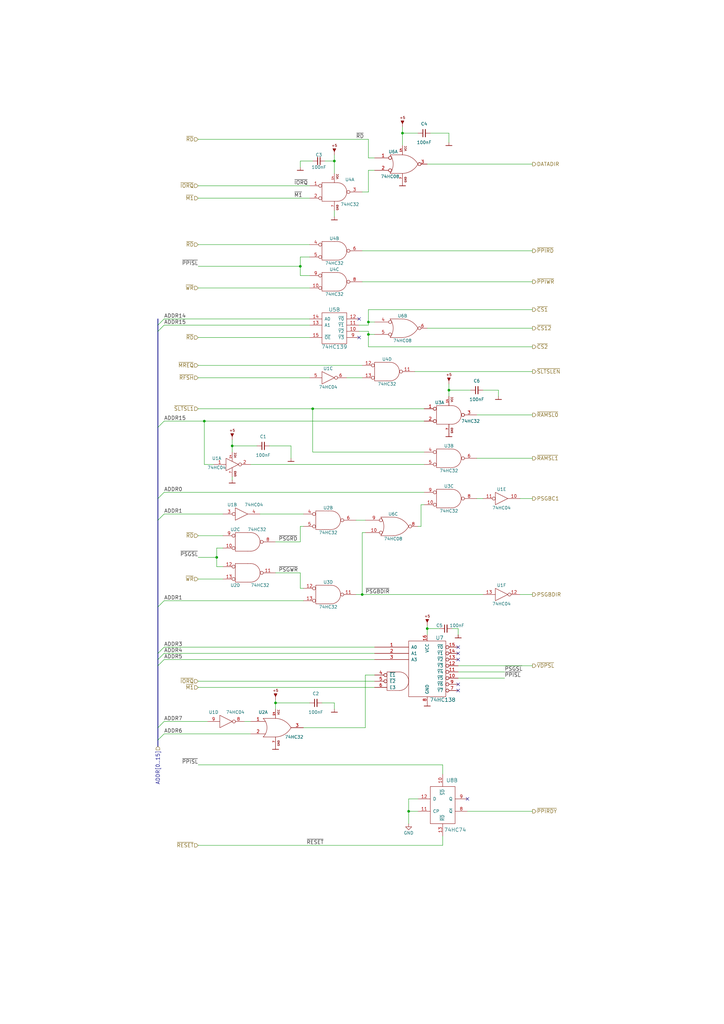
<source format=kicad_sch>
(kicad_sch (version 20211123) (generator eeschema)

  (uuid ca12753c-a5f4-49a4-bb14-a01420a86edb)

  (paper "A3" portrait)

  (lib_symbols
    (symbol "artemisa:74HC04" (pin_names (offset 0.762) hide) (in_bom yes) (on_board yes)
      (property "Reference" "U" (id 0) (at -7.62 2.54 0)
        (effects (font (size 1.27 1.27)))
      )
      (property "Value" "74HC04" (id 1) (at -6.35 -1.27 0)
        (effects (font (size 1.27 1.27)))
      )
      (property "Footprint" "" (id 2) (at 0 0 0)
        (effects (font (size 1.27 1.27)) hide)
      )
      (property "Datasheet" "" (id 3) (at 0 0 0)
        (effects (font (size 1.27 1.27)) hide)
      )
      (symbol "74HC04_1_1"
        (polyline
          (pts
            (xy -2.54 -2.54)
            (xy -2.54 2.54)
            (xy 2.54 0)
            (xy -2.54 -2.54)
          )
          (stroke (width 0) (type default) (color 0 0 0 0))
          (fill (type none))
        )
        (text "GND" (at 1.27 -3.81 900)
          (effects (font (size 0.762 0.762)))
        )
        (text "VCC" (at 1.27 3.81 900)
          (effects (font (size 0.762 0.762)))
        )
        (pin input line (at -7.62 0 0) (length 5.0038)
          (name "~" (effects (font (size 1.27 1.27))))
          (number "1" (effects (font (size 1.27 1.27))))
        )
        (pin power_in line (at 0 5.08 270) (length 3.81)
          (name "VCC" (effects (font (size 1.27 1.27))))
          (number "14" (effects (font (size 0.762 0.762))))
        )
        (pin output inverted (at 7.62 0 180) (length 5.0038)
          (name "~" (effects (font (size 1.27 1.27))))
          (number "2" (effects (font (size 1.27 1.27))))
        )
        (pin power_in line (at 0 -5.08 90) (length 3.81)
          (name "GND" (effects (font (size 1.27 1.27))))
          (number "7" (effects (font (size 0.762 0.762))))
        )
      )
      (symbol "74HC04_1_2"
        (polyline
          (pts
            (xy -2.54 2.54)
            (xy -2.54 -2.54)
            (xy 2.54 0)
            (xy -2.54 2.54)
          )
          (stroke (width 0) (type default) (color 0 0 0 0))
          (fill (type none))
        )
        (pin input inverted (at -7.62 0 0) (length 5.08)
          (name "~" (effects (font (size 1.27 1.27))))
          (number "1" (effects (font (size 1.27 1.27))))
        )
        (pin output line (at 7.62 0 180) (length 5.08)
          (name "~" (effects (font (size 1.27 1.27))))
          (number "2" (effects (font (size 1.27 1.27))))
        )
      )
      (symbol "74HC04_2_1"
        (polyline
          (pts
            (xy -2.54 2.54)
            (xy -2.54 -2.54)
            (xy 2.54 0)
            (xy -2.54 2.54)
          )
          (stroke (width 0) (type default) (color 0 0 0 0))
          (fill (type none))
        )
        (pin input line (at -7.62 0 0) (length 5.0038)
          (name "~" (effects (font (size 1.27 1.27))))
          (number "3" (effects (font (size 1.27 1.27))))
        )
        (pin output inverted (at 7.62 0 180) (length 5.0038)
          (name "~" (effects (font (size 1.27 1.27))))
          (number "4" (effects (font (size 1.27 1.27))))
        )
      )
      (symbol "74HC04_2_2"
        (polyline
          (pts
            (xy -2.54 2.54)
            (xy -2.54 -2.54)
            (xy 2.54 0)
            (xy -2.54 2.54)
          )
          (stroke (width 0) (type default) (color 0 0 0 0))
          (fill (type none))
        )
        (pin input inverted (at -7.62 0 0) (length 5.08)
          (name "~" (effects (font (size 1.27 1.27))))
          (number "3" (effects (font (size 1.27 1.27))))
        )
        (pin output line (at 7.62 0 180) (length 5.08)
          (name "~" (effects (font (size 1.27 1.27))))
          (number "4" (effects (font (size 1.27 1.27))))
        )
      )
      (symbol "74HC04_3_1"
        (polyline
          (pts
            (xy -2.54 2.54)
            (xy -2.54 -2.54)
            (xy 2.54 0)
            (xy -2.54 2.54)
          )
          (stroke (width 0) (type default) (color 0 0 0 0))
          (fill (type none))
        )
        (pin input line (at -7.62 0 0) (length 5.0038)
          (name "~" (effects (font (size 1.27 1.27))))
          (number "5" (effects (font (size 1.27 1.27))))
        )
        (pin output inverted (at 7.62 0 180) (length 5.0038)
          (name "~" (effects (font (size 1.27 1.27))))
          (number "6" (effects (font (size 1.27 1.27))))
        )
      )
      (symbol "74HC04_3_2"
        (polyline
          (pts
            (xy -2.54 2.54)
            (xy -2.54 -2.54)
            (xy 2.54 0)
            (xy -2.54 2.54)
          )
          (stroke (width 0) (type default) (color 0 0 0 0))
          (fill (type none))
        )
        (pin input inverted (at -7.62 0 0) (length 5.08)
          (name "~" (effects (font (size 1.27 1.27))))
          (number "5" (effects (font (size 1.27 1.27))))
        )
        (pin output line (at 7.62 0 180) (length 5.08)
          (name "~" (effects (font (size 1.27 1.27))))
          (number "6" (effects (font (size 1.27 1.27))))
        )
      )
      (symbol "74HC04_4_1"
        (polyline
          (pts
            (xy -2.54 2.54)
            (xy -2.54 -2.54)
            (xy 2.54 0)
            (xy -2.54 2.54)
          )
          (stroke (width 0) (type default) (color 0 0 0 0))
          (fill (type none))
        )
        (pin output inverted (at 7.62 0 180) (length 5.0038)
          (name "~" (effects (font (size 1.27 1.27))))
          (number "8" (effects (font (size 1.27 1.27))))
        )
        (pin input line (at -7.62 0 0) (length 5.0038)
          (name "~" (effects (font (size 1.27 1.27))))
          (number "9" (effects (font (size 1.27 1.27))))
        )
      )
      (symbol "74HC04_4_2"
        (polyline
          (pts
            (xy -2.54 2.54)
            (xy -2.54 -2.54)
            (xy 2.54 0)
            (xy -2.54 2.54)
          )
          (stroke (width 0) (type default) (color 0 0 0 0))
          (fill (type none))
        )
        (pin output line (at 7.62 0 180) (length 5.08)
          (name "~" (effects (font (size 1.27 1.27))))
          (number "8" (effects (font (size 1.27 1.27))))
        )
        (pin input inverted (at -7.62 0 0) (length 5.08)
          (name "~" (effects (font (size 1.27 1.27))))
          (number "9" (effects (font (size 1.27 1.27))))
        )
      )
      (symbol "74HC04_5_1"
        (polyline
          (pts
            (xy -2.54 2.54)
            (xy -2.54 -2.54)
            (xy 2.54 0)
            (xy -2.54 2.54)
          )
          (stroke (width 0) (type default) (color 0 0 0 0))
          (fill (type none))
        )
        (pin output inverted (at 7.62 0 180) (length 5.0038)
          (name "~" (effects (font (size 1.27 1.27))))
          (number "10" (effects (font (size 1.27 1.27))))
        )
        (pin input line (at -7.62 0 0) (length 5.0038)
          (name "~" (effects (font (size 1.27 1.27))))
          (number "11" (effects (font (size 1.27 1.27))))
        )
      )
      (symbol "74HC04_5_2"
        (polyline
          (pts
            (xy -2.54 2.54)
            (xy -2.54 -2.54)
            (xy 2.54 0)
            (xy -2.54 2.54)
          )
          (stroke (width 0) (type default) (color 0 0 0 0))
          (fill (type none))
        )
        (pin output line (at 7.62 0 180) (length 5.08)
          (name "~" (effects (font (size 1.27 1.27))))
          (number "10" (effects (font (size 1.27 1.27))))
        )
        (pin input inverted (at -7.62 0 0) (length 5.08)
          (name "~" (effects (font (size 1.27 1.27))))
          (number "11" (effects (font (size 1.27 1.27))))
        )
      )
      (symbol "74HC04_6_1"
        (polyline
          (pts
            (xy -2.54 2.54)
            (xy -2.54 -2.54)
            (xy 2.54 0)
            (xy -2.54 2.54)
          )
          (stroke (width 0) (type default) (color 0 0 0 0))
          (fill (type none))
        )
        (pin output inverted (at 7.62 0 180) (length 5.0038)
          (name "~" (effects (font (size 1.27 1.27))))
          (number "12" (effects (font (size 1.27 1.27))))
        )
        (pin input line (at -7.62 0 0) (length 5.0038)
          (name "~" (effects (font (size 1.27 1.27))))
          (number "13" (effects (font (size 1.27 1.27))))
        )
      )
      (symbol "74HC04_6_2"
        (polyline
          (pts
            (xy -2.54 2.54)
            (xy -2.54 -2.54)
            (xy 2.54 0)
            (xy -2.54 2.54)
          )
          (stroke (width 0) (type default) (color 0 0 0 0))
          (fill (type none))
        )
        (pin output line (at 7.62 0 180) (length 5.08)
          (name "~" (effects (font (size 1.27 1.27))))
          (number "12" (effects (font (size 1.27 1.27))))
        )
        (pin input inverted (at -7.62 0 0) (length 5.08)
          (name "~" (effects (font (size 1.27 1.27))))
          (number "13" (effects (font (size 1.27 1.27))))
        )
      )
    )
    (symbol "artemisa:74HC08" (pin_names (offset 0.762) hide) (in_bom yes) (on_board yes)
      (property "Reference" "U" (id 0) (at -7.62 6.35 0)
        (effects (font (size 1.27 1.27)))
      )
      (property "Value" "74HC08" (id 1) (at -7.62 -5.08 0)
        (effects (font (size 1.27 1.27)))
      )
      (property "Footprint" "" (id 2) (at -10.16 1.905 0)
        (effects (font (size 1.27 1.27)) hide)
      )
      (property "Datasheet" "" (id 3) (at -10.16 1.905 0)
        (effects (font (size 1.27 1.27)) hide)
      )
      (symbol "74HC08_1_0"
        (text "GND" (at 1.27 -6.35 900)
          (effects (font (size 0.762 0.762)))
        )
        (text "VCC" (at 1.27 7.62 900)
          (effects (font (size 0.762 0.762)) (justify right))
        )
        (pin power_in line (at 0 7.62 270) (length 3.81)
          (name "VCC" (effects (font (size 1.27 1.27))))
          (number "14" (effects (font (size 0.762 0.762))))
        )
        (pin power_in line (at 0 -7.62 90) (length 3.81)
          (name "GND" (effects (font (size 1.27 1.27))))
          (number "7" (effects (font (size 0.762 0.762))))
        )
      )
      (symbol "74HC08_1_1"
        (polyline
          (pts
            (xy 1.27 3.81)
            (xy -5.08 3.81)
          )
          (stroke (width 0) (type default) (color 0 0 0 0))
          (fill (type none))
        )
        (polyline
          (pts
            (xy -5.08 3.81)
            (xy -5.08 -3.81)
            (xy 1.27 -3.81)
          )
          (stroke (width 0) (type default) (color 0 0 0 0))
          (fill (type none))
        )
        (arc (start 1.27 -3.81) (mid 5.08 0) (end 1.27 3.81)
          (stroke (width 0) (type default) (color 0 0 0 0))
          (fill (type none))
        )
        (pin input line (at -11.43 2.54 0) (length 6.2992)
          (name "~" (effects (font (size 1.27 1.27))))
          (number "1" (effects (font (size 1.27 1.27))))
        )
        (pin input line (at -11.43 -2.54 0) (length 6.2992)
          (name "~" (effects (font (size 1.27 1.27))))
          (number "2" (effects (font (size 1.27 1.27))))
        )
        (pin output line (at 10.16 0 180) (length 5.1054)
          (name "~" (effects (font (size 1.27 1.27))))
          (number "3" (effects (font (size 1.27 1.27))))
        )
      )
      (symbol "74HC08_1_2"
        (arc (start -5.08 -3.81) (mid -3.81 0) (end -5.08 3.81)
          (stroke (width 0) (type default) (color 0 0 0 0))
          (fill (type none))
        )
        (arc (start 0 -3.81) (mid 3.6784 -2.744) (end 6.35 0)
          (stroke (width 0) (type default) (color 0 0 0 0))
          (fill (type none))
        )
        (polyline
          (pts
            (xy -5.08 -3.81)
            (xy 0 -3.81)
          )
          (stroke (width 0) (type default) (color 0 0 0 0))
          (fill (type none))
        )
        (polyline
          (pts
            (xy -5.08 3.81)
            (xy 0 3.81)
          )
          (stroke (width 0) (type default) (color 0 0 0 0))
          (fill (type none))
        )
        (arc (start 6.35 0) (mid 3.6784 2.744) (end 0 3.81)
          (stroke (width 0) (type default) (color 0 0 0 0))
          (fill (type none))
        )
        (pin input inverted (at -11.43 2.54 0) (length 7.0104)
          (name "~" (effects (font (size 1.27 1.27))))
          (number "1" (effects (font (size 1.27 1.27))))
        )
        (pin input inverted (at -11.43 -2.54 0) (length 7.0104)
          (name "~" (effects (font (size 1.27 1.27))))
          (number "2" (effects (font (size 1.27 1.27))))
        )
        (pin output inverted (at 10.16 0 180) (length 3.81)
          (name "~" (effects (font (size 1.27 1.27))))
          (number "3" (effects (font (size 1.27 1.27))))
        )
      )
      (symbol "74HC08_2_1"
        (polyline
          (pts
            (xy 1.27 3.81)
            (xy -5.08 3.81)
          )
          (stroke (width 0) (type default) (color 0 0 0 0))
          (fill (type none))
        )
        (polyline
          (pts
            (xy -5.08 3.81)
            (xy -5.08 -3.81)
            (xy 1.27 -3.81)
          )
          (stroke (width 0) (type default) (color 0 0 0 0))
          (fill (type none))
        )
        (arc (start 1.27 -3.81) (mid 5.08 0) (end 1.27 3.81)
          (stroke (width 0) (type default) (color 0 0 0 0))
          (fill (type none))
        )
        (pin power_in line (at -2.54 3.81 90) (length 0) hide
          (name "VCC" (effects (font (size 1.016 1.016))))
          (number "14" (effects (font (size 1.016 1.016))))
        )
        (pin input line (at -11.43 2.54 0) (length 6.2992)
          (name "~" (effects (font (size 1.27 1.27))))
          (number "4" (effects (font (size 1.27 1.27))))
        )
        (pin input line (at -11.43 -2.54 0) (length 6.2992)
          (name "~" (effects (font (size 1.27 1.27))))
          (number "5" (effects (font (size 1.27 1.27))))
        )
        (pin output line (at 10.16 0 180) (length 5.1054)
          (name "~" (effects (font (size 1.27 1.27))))
          (number "6" (effects (font (size 1.27 1.27))))
        )
        (pin power_in line (at -2.54 -3.81 90) (length 0) hide
          (name "GND" (effects (font (size 1.016 1.016))))
          (number "7" (effects (font (size 1.016 1.016))))
        )
      )
      (symbol "74HC08_2_2"
        (arc (start -5.08 -3.81) (mid -3.81 0) (end -5.08 3.81)
          (stroke (width 0) (type default) (color 0 0 0 0))
          (fill (type none))
        )
        (arc (start 0 -3.81) (mid 3.6784 -2.744) (end 6.35 0)
          (stroke (width 0) (type default) (color 0 0 0 0))
          (fill (type none))
        )
        (polyline
          (pts
            (xy -5.08 -3.81)
            (xy 0 -3.81)
          )
          (stroke (width 0) (type default) (color 0 0 0 0))
          (fill (type none))
        )
        (polyline
          (pts
            (xy -5.08 3.81)
            (xy 0 3.81)
          )
          (stroke (width 0) (type default) (color 0 0 0 0))
          (fill (type none))
        )
        (arc (start 6.35 0) (mid 3.6784 2.744) (end 0 3.81)
          (stroke (width 0) (type default) (color 0 0 0 0))
          (fill (type none))
        )
        (pin input inverted (at -11.43 2.54 0) (length 7.0104)
          (name "~" (effects (font (size 1.27 1.27))))
          (number "4" (effects (font (size 1.27 1.27))))
        )
        (pin input inverted (at -11.43 -2.54 0) (length 7.0104)
          (name "~" (effects (font (size 1.27 1.27))))
          (number "5" (effects (font (size 1.27 1.27))))
        )
        (pin output inverted (at 10.16 0 180) (length 3.81)
          (name "~" (effects (font (size 1.27 1.27))))
          (number "6" (effects (font (size 1.27 1.27))))
        )
      )
      (symbol "74HC08_3_1"
        (polyline
          (pts
            (xy 1.27 3.81)
            (xy -5.08 3.81)
          )
          (stroke (width 0) (type default) (color 0 0 0 0))
          (fill (type none))
        )
        (polyline
          (pts
            (xy -5.08 3.81)
            (xy -5.08 -3.81)
            (xy 1.27 -3.81)
          )
          (stroke (width 0) (type default) (color 0 0 0 0))
          (fill (type none))
        )
        (arc (start 1.27 -3.81) (mid 5.08 0) (end 1.27 3.81)
          (stroke (width 0) (type default) (color 0 0 0 0))
          (fill (type none))
        )
        (pin input line (at -11.43 -2.54 0) (length 6.2992)
          (name "~" (effects (font (size 1.27 1.27))))
          (number "10" (effects (font (size 1.27 1.27))))
        )
        (pin power_in line (at -2.54 3.81 90) (length 0) hide
          (name "VCC" (effects (font (size 1.016 1.016))))
          (number "14" (effects (font (size 1.016 1.016))))
        )
        (pin power_in line (at -2.54 -3.81 90) (length 0) hide
          (name "GND" (effects (font (size 1.016 1.016))))
          (number "7" (effects (font (size 1.016 1.016))))
        )
        (pin output line (at 10.16 0 180) (length 5.1054)
          (name "~" (effects (font (size 1.27 1.27))))
          (number "8" (effects (font (size 1.27 1.27))))
        )
        (pin input line (at -11.43 2.54 0) (length 6.2992)
          (name "~" (effects (font (size 1.27 1.27))))
          (number "9" (effects (font (size 1.27 1.27))))
        )
      )
      (symbol "74HC08_3_2"
        (arc (start -5.08 -3.81) (mid -3.81 0) (end -5.08 3.81)
          (stroke (width 0) (type default) (color 0 0 0 0))
          (fill (type none))
        )
        (arc (start 0 -3.81) (mid 3.6784 -2.744) (end 6.35 0)
          (stroke (width 0) (type default) (color 0 0 0 0))
          (fill (type none))
        )
        (polyline
          (pts
            (xy -5.08 -3.81)
            (xy 0 -3.81)
          )
          (stroke (width 0) (type default) (color 0 0 0 0))
          (fill (type none))
        )
        (polyline
          (pts
            (xy -5.08 3.81)
            (xy 0 3.81)
          )
          (stroke (width 0) (type default) (color 0 0 0 0))
          (fill (type none))
        )
        (arc (start 6.35 0) (mid 3.6784 2.744) (end 0 3.81)
          (stroke (width 0) (type default) (color 0 0 0 0))
          (fill (type none))
        )
        (pin input inverted (at -11.43 -2.54 0) (length 7.0104)
          (name "~" (effects (font (size 1.27 1.27))))
          (number "10" (effects (font (size 1.27 1.27))))
        )
        (pin output inverted (at 10.16 0 180) (length 3.81)
          (name "~" (effects (font (size 1.27 1.27))))
          (number "8" (effects (font (size 1.27 1.27))))
        )
        (pin input inverted (at -11.43 2.54 0) (length 7.0104)
          (name "~" (effects (font (size 1.27 1.27))))
          (number "9" (effects (font (size 1.27 1.27))))
        )
      )
      (symbol "74HC08_4_1"
        (polyline
          (pts
            (xy 1.27 3.81)
            (xy -5.08 3.81)
          )
          (stroke (width 0) (type default) (color 0 0 0 0))
          (fill (type none))
        )
        (polyline
          (pts
            (xy -5.08 3.81)
            (xy -5.08 -3.81)
            (xy 1.27 -3.81)
          )
          (stroke (width 0) (type default) (color 0 0 0 0))
          (fill (type none))
        )
        (arc (start 1.27 -3.81) (mid 5.08 0) (end 1.27 3.81)
          (stroke (width 0) (type default) (color 0 0 0 0))
          (fill (type none))
        )
        (pin output line (at 10.16 0 180) (length 5.1054)
          (name "~" (effects (font (size 1.27 1.27))))
          (number "11" (effects (font (size 1.27 1.27))))
        )
        (pin input line (at -11.43 2.54 0) (length 6.2992)
          (name "~" (effects (font (size 1.27 1.27))))
          (number "12" (effects (font (size 1.27 1.27))))
        )
        (pin input line (at -11.43 -2.54 0) (length 6.2992)
          (name "~" (effects (font (size 1.27 1.27))))
          (number "13" (effects (font (size 1.27 1.27))))
        )
        (pin power_in line (at -2.54 3.81 90) (length 0) hide
          (name "VCC" (effects (font (size 1.016 1.016))))
          (number "14" (effects (font (size 1.016 1.016))))
        )
        (pin power_in line (at -2.54 -3.81 90) (length 0) hide
          (name "GND" (effects (font (size 1.016 1.016))))
          (number "7" (effects (font (size 1.016 1.016))))
        )
      )
      (symbol "74HC08_4_2"
        (arc (start -5.08 -3.81) (mid -3.81 0) (end -5.08 3.81)
          (stroke (width 0) (type default) (color 0 0 0 0))
          (fill (type none))
        )
        (arc (start 0 -3.81) (mid 3.6784 -2.744) (end 6.35 0)
          (stroke (width 0) (type default) (color 0 0 0 0))
          (fill (type none))
        )
        (polyline
          (pts
            (xy -5.08 -3.81)
            (xy 0 -3.81)
          )
          (stroke (width 0) (type default) (color 0 0 0 0))
          (fill (type none))
        )
        (polyline
          (pts
            (xy -5.08 3.81)
            (xy 0 3.81)
          )
          (stroke (width 0) (type default) (color 0 0 0 0))
          (fill (type none))
        )
        (arc (start 6.35 0) (mid 3.6784 2.744) (end 0 3.81)
          (stroke (width 0) (type default) (color 0 0 0 0))
          (fill (type none))
        )
        (pin output inverted (at 10.16 0 180) (length 3.81)
          (name "~" (effects (font (size 1.27 1.27))))
          (number "11" (effects (font (size 1.27 1.27))))
        )
        (pin input inverted (at -11.43 2.54 0) (length 7.0104)
          (name "~" (effects (font (size 1.27 1.27))))
          (number "12" (effects (font (size 1.27 1.27))))
        )
        (pin input inverted (at -11.43 -2.54 0) (length 7.0104)
          (name "~" (effects (font (size 1.27 1.27))))
          (number "13" (effects (font (size 1.27 1.27))))
        )
      )
    )
    (symbol "artemisa:74HC138" (pin_names (offset 1.016)) (in_bom yes) (on_board yes)
      (property "Reference" "U" (id 0) (at 5.08 12.7 0)
        (effects (font (size 1.524 1.524)))
      )
      (property "Value" "74HC138" (id 1) (at 6.35 -12.7 0)
        (effects (font (size 1.524 1.524)))
      )
      (property "Footprint" "" (id 2) (at -21.59 -2.54 90)
        (effects (font (size 1.524 1.524)) hide)
      )
      (property "Datasheet" "" (id 3) (at -21.59 -2.54 90)
        (effects (font (size 1.524 1.524)) hide)
      )
      (symbol "74HC138_0_1"
        (arc (start -11.43 -8.89) (mid -7.62 -5.08) (end -11.43 -1.27)
          (stroke (width 0) (type default) (color 0 0 0 0))
          (fill (type none))
        )
        (rectangle (start -7.62 11.43) (end 7.62 -11.43)
          (stroke (width 0) (type default) (color 0 0 0 0))
          (fill (type none))
        )
        (polyline
          (pts
            (xy -16.51 -1.27)
            (xy -11.43 -1.27)
          )
          (stroke (width 0) (type default) (color 0 0 0 0))
          (fill (type none))
        )
        (polyline
          (pts
            (xy -16.51 -1.27)
            (xy -16.51 -8.89)
            (xy -11.43 -8.89)
          )
          (stroke (width 0) (type default) (color 0 0 0 0))
          (fill (type none))
        )
      )
      (symbol "74HC138_1_1"
        (pin input line (at -21.59 8.89 0) (length 13.97)
          (name "A0" (effects (font (size 1.27 1.27))))
          (number "1" (effects (font (size 1.27 1.27))))
        )
        (pin output inverted (at 12.7 -3.81 180) (length 5.08)
          (name "~{Y5}" (effects (font (size 1.27 1.27))))
          (number "10" (effects (font (size 1.27 1.27))))
        )
        (pin output inverted (at 12.7 -1.27 180) (length 5.08)
          (name "~{Y4}" (effects (font (size 1.27 1.27))))
          (number "11" (effects (font (size 1.27 1.27))))
        )
        (pin output inverted (at 12.7 1.27 180) (length 5.08)
          (name "~{Y3}" (effects (font (size 1.27 1.27))))
          (number "12" (effects (font (size 1.27 1.27))))
        )
        (pin output inverted (at 12.7 3.81 180) (length 5.08)
          (name "~{Y2}" (effects (font (size 1.27 1.27))))
          (number "13" (effects (font (size 1.27 1.27))))
        )
        (pin output inverted (at 12.7 6.35 180) (length 5.08)
          (name "~{Y1}" (effects (font (size 1.27 1.27))))
          (number "14" (effects (font (size 1.27 1.27))))
        )
        (pin output inverted (at 12.7 8.89 180) (length 5.08)
          (name "~{Y0}" (effects (font (size 1.27 1.27))))
          (number "15" (effects (font (size 1.27 1.27))))
        )
        (pin power_in line (at 0 13.97 270) (length 2.54)
          (name "VCC" (effects (font (size 1.27 1.27))))
          (number "16" (effects (font (size 1.27 1.27))))
        )
        (pin input line (at -21.59 6.35 0) (length 13.97)
          (name "A1" (effects (font (size 1.27 1.27))))
          (number "2" (effects (font (size 1.27 1.27))))
        )
        (pin input line (at -21.59 3.81 0) (length 13.97)
          (name "A3" (effects (font (size 1.27 1.27))))
          (number "3" (effects (font (size 1.27 1.27))))
        )
        (pin input inverted (at -21.59 -2.54 0) (length 5.08)
          (name "~{E1}" (effects (font (size 1.27 1.27))))
          (number "4" (effects (font (size 1.27 1.27))))
        )
        (pin input inverted (at -21.59 -5.08 0) (length 5.08)
          (name "~{E2}" (effects (font (size 1.27 1.27))))
          (number "5" (effects (font (size 1.27 1.27))))
        )
        (pin input line (at -21.59 -7.62 0) (length 5.08)
          (name "E3" (effects (font (size 1.27 1.27))))
          (number "6" (effects (font (size 1.27 1.27))))
        )
        (pin output inverted (at 12.7 -8.89 180) (length 5.08)
          (name "~{Y7}" (effects (font (size 1.27 1.27))))
          (number "7" (effects (font (size 1.27 1.27))))
        )
        (pin power_in line (at 0 -13.97 90) (length 2.54)
          (name "GND" (effects (font (size 1.27 1.27))))
          (number "8" (effects (font (size 1.27 1.27))))
        )
        (pin output inverted (at 12.7 -6.35 180) (length 5.08)
          (name "~{Y6}" (effects (font (size 1.27 1.27))))
          (number "9" (effects (font (size 1.27 1.27))))
        )
      )
    )
    (symbol "artemisa:74HC139" (pin_names (offset 1.016)) (in_bom yes) (on_board yes)
      (property "Reference" "U" (id 0) (at 3.81 7.62 0)
        (effects (font (size 1.27 1.27)))
      )
      (property "Value" "74HC139" (id 1) (at 7.62 -7.62 0)
        (effects (font (size 1.27 1.27)))
      )
      (property "Footprint" "" (id 2) (at 0 -3.81 0)
        (effects (font (size 1.524 1.524)) hide)
      )
      (property "Datasheet" "" (id 3) (at 0 -3.81 0)
        (effects (font (size 1.524 1.524)) hide)
      )
      (symbol "74HC139_1_0"
        (pin power_in line (at 0 10.16 270) (length 3.81)
          (name "VCC" (effects (font (size 0.762 0.762))))
          (number "16" (effects (font (size 1.27 1.27))))
        )
        (pin power_in line (at 0 -10.16 90) (length 3.81)
          (name "GND" (effects (font (size 0.762 0.762))))
          (number "8" (effects (font (size 1.27 1.27))))
        )
      )
      (symbol "74HC139_1_1"
        (rectangle (start -5.08 6.35) (end 5.08 -6.35)
          (stroke (width 0) (type default) (color 0 0 0 0))
          (fill (type none))
        )
        (pin input line (at -10.16 -3.81 0) (length 5.08)
          (name "~{OE}" (effects (font (size 1.27 1.27))))
          (number "1" (effects (font (size 1.27 1.27))))
        )
        (pin input line (at -10.16 3.81 0) (length 5.08)
          (name "A0" (effects (font (size 1.27 1.27))))
          (number "2" (effects (font (size 1.27 1.27))))
        )
        (pin input line (at -10.16 1.27 0) (length 5.08)
          (name "A1" (effects (font (size 1.27 1.27))))
          (number "3" (effects (font (size 1.27 1.27))))
        )
        (pin output line (at 10.16 3.81 180) (length 5.08)
          (name "~{Y0}" (effects (font (size 1.27 1.27))))
          (number "4" (effects (font (size 1.27 1.27))))
        )
        (pin output line (at 10.16 1.27 180) (length 5.08)
          (name "~{Y1}" (effects (font (size 1.27 1.27))))
          (number "5" (effects (font (size 1.27 1.27))))
        )
        (pin output line (at 10.16 -1.27 180) (length 5.08)
          (name "~{Y2}" (effects (font (size 1.27 1.27))))
          (number "6" (effects (font (size 1.27 1.27))))
        )
        (pin output line (at 10.16 -3.81 180) (length 5.08)
          (name "~{Y3}" (effects (font (size 1.27 1.27))))
          (number "7" (effects (font (size 1.27 1.27))))
        )
      )
      (symbol "74HC139_2_1"
        (rectangle (start -5.08 6.35) (end 5.08 -6.35)
          (stroke (width 0) (type default) (color 0 0 0 0))
          (fill (type none))
        )
        (pin output line (at 10.16 -1.27 180) (length 5.08)
          (name "~{Y2}" (effects (font (size 1.27 1.27))))
          (number "10" (effects (font (size 1.27 1.27))))
        )
        (pin output line (at 10.16 1.27 180) (length 5.08)
          (name "~{Y1}" (effects (font (size 1.27 1.27))))
          (number "11" (effects (font (size 1.27 1.27))))
        )
        (pin output line (at 10.16 3.81 180) (length 5.08)
          (name "~{Y0}" (effects (font (size 1.27 1.27))))
          (number "12" (effects (font (size 1.27 1.27))))
        )
        (pin input line (at -10.16 1.27 0) (length 5.08)
          (name "A1" (effects (font (size 1.27 1.27))))
          (number "13" (effects (font (size 1.27 1.27))))
        )
        (pin input line (at -10.16 3.81 0) (length 5.08)
          (name "A0" (effects (font (size 1.27 1.27))))
          (number "14" (effects (font (size 1.27 1.27))))
        )
        (pin input line (at -10.16 -3.81 0) (length 5.08)
          (name "~{OE}" (effects (font (size 1.27 1.27))))
          (number "15" (effects (font (size 1.27 1.27))))
        )
        (pin output line (at 10.16 -3.81 180) (length 5.08)
          (name "~{Y3}" (effects (font (size 1.27 1.27))))
          (number "9" (effects (font (size 1.27 1.27))))
        )
      )
    )
    (symbol "artemisa:74HC32" (pin_names (offset 0.762) hide) (in_bom yes) (on_board yes)
      (property "Reference" "U" (id 0) (at 7.62 3.81 0)
        (effects (font (size 1.27 1.27)))
      )
      (property "Value" "74HC32" (id 1) (at 8.89 -3.81 0)
        (effects (font (size 1.27 1.27)))
      )
      (property "Footprint" "" (id 2) (at 0 0 0)
        (effects (font (size 1.27 1.27)) hide)
      )
      (property "Datasheet" "" (id 3) (at 0 0 0)
        (effects (font (size 1.27 1.27)) hide)
      )
      (symbol "74HC32_1_0"
        (text "GND" (at 1.27 -6.35 900)
          (effects (font (size 0.762 0.762)))
        )
        (text "VCC" (at 1.27 6.35 900)
          (effects (font (size 0.762 0.762)))
        )
        (pin power_in line (at 0 7.62 270) (length 3.81)
          (name "VCC" (effects (font (size 1.27 1.27))))
          (number "14" (effects (font (size 0.762 0.762))))
        )
        (pin power_in line (at 0 -7.62 90) (length 3.81)
          (name "GND" (effects (font (size 1.27 1.27))))
          (number "7" (effects (font (size 0.762 0.762))))
        )
      )
      (symbol "74HC32_1_1"
        (arc (start -5.08 -3.81) (mid -3.5018 0) (end -5.08 3.81)
          (stroke (width 0) (type default) (color 0 0 0 0))
          (fill (type none))
        )
        (arc (start 0 -3.81) (mid 3.6784 -2.744) (end 6.35 0)
          (stroke (width 0) (type default) (color 0 0 0 0))
          (fill (type none))
        )
        (polyline
          (pts
            (xy -5.08 -3.81)
            (xy 0 -3.81)
          )
          (stroke (width 0) (type default) (color 0 0 0 0))
          (fill (type none))
        )
        (polyline
          (pts
            (xy -5.08 3.81)
            (xy 0 3.81)
          )
          (stroke (width 0) (type default) (color 0 0 0 0))
          (fill (type none))
        )
        (arc (start 6.35 0) (mid 3.6784 2.744) (end 0 3.81)
          (stroke (width 0) (type default) (color 0 0 0 0))
          (fill (type none))
        )
        (pin input line (at -10.16 2.54 0) (length 5.9944)
          (name "~" (effects (font (size 1.27 1.27))))
          (number "1" (effects (font (size 1.27 1.27))))
        )
        (pin input line (at -10.16 -2.54 0) (length 5.9944)
          (name "~" (effects (font (size 1.27 1.27))))
          (number "2" (effects (font (size 1.27 1.27))))
        )
        (pin output line (at 11.43 0 180) (length 5.1054)
          (name "~" (effects (font (size 1.27 1.27))))
          (number "3" (effects (font (size 1.27 1.27))))
        )
      )
      (symbol "74HC32_1_2"
        (polyline
          (pts
            (xy -5.08 3.81)
            (xy 0 3.81)
          )
          (stroke (width 0) (type default) (color 0 0 0 0))
          (fill (type none))
        )
        (polyline
          (pts
            (xy 0 -3.81)
            (xy 1.27 -3.81)
          )
          (stroke (width 0) (type default) (color 0 0 0 0))
          (fill (type none))
        )
        (polyline
          (pts
            (xy 0 3.81)
            (xy 1.27 3.81)
          )
          (stroke (width 0) (type default) (color 0 0 0 0))
          (fill (type none))
        )
        (polyline
          (pts
            (xy -5.08 3.81)
            (xy -5.08 -3.81)
            (xy 0 -3.81)
          )
          (stroke (width 0) (type default) (color 0 0 0 0))
          (fill (type none))
        )
        (arc (start 1.27 -3.81) (mid 5.08 0) (end 1.27 3.81)
          (stroke (width 0) (type default) (color 0 0 0 0))
          (fill (type none))
        )
        (pin input inverted (at -10.16 2.54 0) (length 5.0038)
          (name "~" (effects (font (size 1.27 1.27))))
          (number "1" (effects (font (size 1.27 1.27))))
        )
        (pin input inverted (at -10.16 -2.54 0) (length 5.0038)
          (name "~" (effects (font (size 1.27 1.27))))
          (number "2" (effects (font (size 1.27 1.27))))
        )
        (pin output inverted (at 11.43 0 180) (length 6.2992)
          (name "~" (effects (font (size 1.27 1.27))))
          (number "3" (effects (font (size 1.27 1.27))))
        )
      )
      (symbol "74HC32_2_1"
        (arc (start -5.08 -3.81) (mid -3.5018 0) (end -5.08 3.81)
          (stroke (width 0) (type default) (color 0 0 0 0))
          (fill (type none))
        )
        (arc (start 0 -3.81) (mid 3.6784 -2.744) (end 6.35 0)
          (stroke (width 0) (type default) (color 0 0 0 0))
          (fill (type none))
        )
        (polyline
          (pts
            (xy -5.08 -3.81)
            (xy 0 -3.81)
          )
          (stroke (width 0) (type default) (color 0 0 0 0))
          (fill (type none))
        )
        (polyline
          (pts
            (xy -5.08 3.81)
            (xy 0 3.81)
          )
          (stroke (width 0) (type default) (color 0 0 0 0))
          (fill (type none))
        )
        (arc (start 6.35 0) (mid 3.6784 2.744) (end 0 3.81)
          (stroke (width 0) (type default) (color 0 0 0 0))
          (fill (type none))
        )
        (pin input line (at -10.16 2.54 0) (length 5.9944)
          (name "~" (effects (font (size 1.27 1.27))))
          (number "4" (effects (font (size 1.27 1.27))))
        )
        (pin input line (at -10.16 -2.54 0) (length 5.9944)
          (name "~" (effects (font (size 1.27 1.27))))
          (number "5" (effects (font (size 1.27 1.27))))
        )
        (pin output line (at 11.43 0 180) (length 5.1054)
          (name "~" (effects (font (size 1.27 1.27))))
          (number "6" (effects (font (size 1.27 1.27))))
        )
      )
      (symbol "74HC32_2_2"
        (polyline
          (pts
            (xy -5.08 3.81)
            (xy 0 3.81)
          )
          (stroke (width 0) (type default) (color 0 0 0 0))
          (fill (type none))
        )
        (polyline
          (pts
            (xy 0 -3.81)
            (xy 1.27 -3.81)
          )
          (stroke (width 0) (type default) (color 0 0 0 0))
          (fill (type none))
        )
        (polyline
          (pts
            (xy 0 3.81)
            (xy 1.27 3.81)
          )
          (stroke (width 0) (type default) (color 0 0 0 0))
          (fill (type none))
        )
        (polyline
          (pts
            (xy -5.08 3.81)
            (xy -5.08 -3.81)
            (xy 0 -3.81)
          )
          (stroke (width 0) (type default) (color 0 0 0 0))
          (fill (type none))
        )
        (arc (start 1.27 -3.81) (mid 5.08 0) (end 1.27 3.81)
          (stroke (width 0) (type default) (color 0 0 0 0))
          (fill (type none))
        )
        (pin input inverted (at -10.16 2.54 0) (length 5.0038)
          (name "~" (effects (font (size 1.27 1.27))))
          (number "4" (effects (font (size 1.27 1.27))))
        )
        (pin input inverted (at -10.16 -2.54 0) (length 5.0038)
          (name "~" (effects (font (size 1.27 1.27))))
          (number "5" (effects (font (size 1.27 1.27))))
        )
        (pin output inverted (at 11.43 0 180) (length 6.2992)
          (name "~" (effects (font (size 1.27 1.27))))
          (number "6" (effects (font (size 1.27 1.27))))
        )
      )
      (symbol "74HC32_3_1"
        (arc (start -5.08 -3.81) (mid -3.5018 0) (end -5.08 3.81)
          (stroke (width 0) (type default) (color 0 0 0 0))
          (fill (type none))
        )
        (arc (start 0 -3.81) (mid 3.6784 -2.744) (end 6.35 0)
          (stroke (width 0) (type default) (color 0 0 0 0))
          (fill (type none))
        )
        (polyline
          (pts
            (xy -5.08 -3.81)
            (xy 0 -3.81)
          )
          (stroke (width 0) (type default) (color 0 0 0 0))
          (fill (type none))
        )
        (polyline
          (pts
            (xy -5.08 3.81)
            (xy 0 3.81)
          )
          (stroke (width 0) (type default) (color 0 0 0 0))
          (fill (type none))
        )
        (arc (start 6.35 0) (mid 3.6784 2.744) (end 0 3.81)
          (stroke (width 0) (type default) (color 0 0 0 0))
          (fill (type none))
        )
        (pin input line (at -10.16 -2.54 0) (length 5.9944)
          (name "~" (effects (font (size 1.27 1.27))))
          (number "10" (effects (font (size 1.27 1.27))))
        )
        (pin output line (at 11.43 0 180) (length 5.1054)
          (name "~" (effects (font (size 1.27 1.27))))
          (number "8" (effects (font (size 1.27 1.27))))
        )
        (pin input line (at -10.16 2.54 0) (length 5.9944)
          (name "~" (effects (font (size 1.27 1.27))))
          (number "9" (effects (font (size 1.27 1.27))))
        )
      )
      (symbol "74HC32_3_2"
        (polyline
          (pts
            (xy -5.08 3.81)
            (xy 0 3.81)
          )
          (stroke (width 0) (type default) (color 0 0 0 0))
          (fill (type none))
        )
        (polyline
          (pts
            (xy 0 -3.81)
            (xy 1.27 -3.81)
          )
          (stroke (width 0) (type default) (color 0 0 0 0))
          (fill (type none))
        )
        (polyline
          (pts
            (xy 0 3.81)
            (xy 1.27 3.81)
          )
          (stroke (width 0) (type default) (color 0 0 0 0))
          (fill (type none))
        )
        (polyline
          (pts
            (xy -5.08 3.81)
            (xy -5.08 -3.81)
            (xy 0 -3.81)
          )
          (stroke (width 0) (type default) (color 0 0 0 0))
          (fill (type none))
        )
        (arc (start 1.27 -3.81) (mid 5.08 0) (end 1.27 3.81)
          (stroke (width 0) (type default) (color 0 0 0 0))
          (fill (type none))
        )
        (pin input inverted (at -10.16 -2.54 0) (length 5.0038)
          (name "~" (effects (font (size 1.27 1.27))))
          (number "10" (effects (font (size 1.27 1.27))))
        )
        (pin output inverted (at 11.43 0 180) (length 6.2992)
          (name "~" (effects (font (size 1.27 1.27))))
          (number "8" (effects (font (size 1.27 1.27))))
        )
        (pin input inverted (at -10.16 2.54 0) (length 5.0038)
          (name "~" (effects (font (size 1.27 1.27))))
          (number "9" (effects (font (size 1.27 1.27))))
        )
      )
      (symbol "74HC32_4_1"
        (arc (start -5.08 -3.81) (mid -3.5018 0) (end -5.08 3.81)
          (stroke (width 0) (type default) (color 0 0 0 0))
          (fill (type none))
        )
        (arc (start 0 -3.81) (mid 3.6784 -2.744) (end 6.35 0)
          (stroke (width 0) (type default) (color 0 0 0 0))
          (fill (type none))
        )
        (polyline
          (pts
            (xy -5.08 -3.81)
            (xy 0 -3.81)
          )
          (stroke (width 0) (type default) (color 0 0 0 0))
          (fill (type none))
        )
        (polyline
          (pts
            (xy -5.08 3.81)
            (xy 0 3.81)
          )
          (stroke (width 0) (type default) (color 0 0 0 0))
          (fill (type none))
        )
        (arc (start 6.35 0) (mid 3.6784 2.744) (end 0 3.81)
          (stroke (width 0) (type default) (color 0 0 0 0))
          (fill (type none))
        )
        (pin output line (at 11.43 0 180) (length 5.1054)
          (name "~" (effects (font (size 1.27 1.27))))
          (number "11" (effects (font (size 1.27 1.27))))
        )
        (pin input line (at -10.16 2.54 0) (length 5.9944)
          (name "~" (effects (font (size 1.27 1.27))))
          (number "12" (effects (font (size 1.27 1.27))))
        )
        (pin input line (at -10.16 -2.54 0) (length 5.9944)
          (name "~" (effects (font (size 1.27 1.27))))
          (number "13" (effects (font (size 1.27 1.27))))
        )
      )
      (symbol "74HC32_4_2"
        (polyline
          (pts
            (xy -5.08 3.81)
            (xy 0 3.81)
          )
          (stroke (width 0) (type default) (color 0 0 0 0))
          (fill (type none))
        )
        (polyline
          (pts
            (xy 0 -3.81)
            (xy 1.27 -3.81)
          )
          (stroke (width 0) (type default) (color 0 0 0 0))
          (fill (type none))
        )
        (polyline
          (pts
            (xy 0 3.81)
            (xy 1.27 3.81)
          )
          (stroke (width 0) (type default) (color 0 0 0 0))
          (fill (type none))
        )
        (polyline
          (pts
            (xy -5.08 3.81)
            (xy -5.08 -3.81)
            (xy 0 -3.81)
          )
          (stroke (width 0) (type default) (color 0 0 0 0))
          (fill (type none))
        )
        (arc (start 1.27 -3.81) (mid 5.08 0) (end 1.27 3.81)
          (stroke (width 0) (type default) (color 0 0 0 0))
          (fill (type none))
        )
        (pin output inverted (at 11.43 0 180) (length 6.2992)
          (name "~" (effects (font (size 1.27 1.27))))
          (number "11" (effects (font (size 1.27 1.27))))
        )
        (pin input inverted (at -10.16 2.54 0) (length 5.0038)
          (name "~" (effects (font (size 1.27 1.27))))
          (number "12" (effects (font (size 1.27 1.27))))
        )
        (pin input inverted (at -10.16 -2.54 0) (length 5.0038)
          (name "~" (effects (font (size 1.27 1.27))))
          (number "13" (effects (font (size 1.27 1.27))))
        )
      )
    )
    (symbol "artemisa:74HC74" (pin_names (offset 1.016)) (in_bom yes) (on_board yes)
      (property "Reference" "U" (id 0) (at -6.35 8.89 0)
        (effects (font (size 1.524 1.524)))
      )
      (property "Value" "74HC74" (id 1) (at 12.7 -6.35 0)
        (effects (font (size 1.524 1.524)))
      )
      (property "Footprint" "" (id 2) (at -2.54 -5.08 0)
        (effects (font (size 1.524 1.524)) hide)
      )
      (property "Datasheet" "" (id 3) (at -2.54 -5.08 0)
        (effects (font (size 1.524 1.524)) hide)
      )
      (symbol "74HC74_1_1"
        (rectangle (start -7.62 7.62) (end 7.62 -7.62)
          (stroke (width 0) (type default) (color 0 0 0 0))
          (fill (type none))
        )
        (pin input line (at -2.54 -12.7 90) (length 5.08)
          (name "~{RD}" (effects (font (size 1.27 1.27))))
          (number "1" (effects (font (size 1.27 1.27))))
        )
        (pin power_in line (at 2.54 12.7 270) (length 5.08)
          (name "VCC" (effects (font (size 1.27 1.27))))
          (number "14" (effects (font (size 1.27 1.27))))
        )
        (pin input line (at -12.7 2.54 0) (length 5.08)
          (name "D" (effects (font (size 1.27 1.27))))
          (number "2" (effects (font (size 1.27 1.27))))
        )
        (pin input line (at -12.7 -2.54 0) (length 5.08)
          (name "CP" (effects (font (size 1.27 1.27))))
          (number "3" (effects (font (size 1.27 1.27))))
        )
        (pin input line (at -2.54 12.7 270) (length 5.08)
          (name "~{SD}" (effects (font (size 1.27 1.27))))
          (number "4" (effects (font (size 1.27 1.27))))
        )
        (pin output line (at 12.7 2.54 180) (length 5.08)
          (name "Q" (effects (font (size 1.27 1.27))))
          (number "5" (effects (font (size 1.27 1.27))))
        )
        (pin output line (at 12.7 -2.54 180) (length 5.08)
          (name "~{Q}" (effects (font (size 1.27 1.27))))
          (number "6" (effects (font (size 1.27 1.27))))
        )
        (pin power_in line (at 2.54 -12.7 90) (length 5.08)
          (name "GND" (effects (font (size 1.27 1.27))))
          (number "7" (effects (font (size 1.27 1.27))))
        )
      )
      (symbol "74HC74_2_1"
        (rectangle (start -5.08 7.62) (end 5.08 -7.62)
          (stroke (width 0) (type default) (color 0 0 0 0))
          (fill (type none))
        )
        (pin input line (at 0 12.7 270) (length 5.08)
          (name "~{SD}" (effects (font (size 1.27 1.27))))
          (number "10" (effects (font (size 1.27 1.27))))
        )
        (pin input line (at -10.16 -2.54 0) (length 5.08)
          (name "CP" (effects (font (size 1.27 1.27))))
          (number "11" (effects (font (size 1.27 1.27))))
        )
        (pin input line (at -10.16 2.54 0) (length 5.08)
          (name "D" (effects (font (size 1.27 1.27))))
          (number "12" (effects (font (size 1.27 1.27))))
        )
        (pin input line (at 0 -12.7 90) (length 5.08)
          (name "~{RD}" (effects (font (size 1.27 1.27))))
          (number "13" (effects (font (size 1.27 1.27))))
        )
        (pin output line (at 10.16 -2.54 180) (length 5.08)
          (name "~{Q}" (effects (font (size 1.27 1.27))))
          (number "8" (effects (font (size 1.27 1.27))))
        )
        (pin output line (at 10.16 2.54 180) (length 5.08)
          (name "Q" (effects (font (size 1.27 1.27))))
          (number "9" (effects (font (size 1.27 1.27))))
        )
      )
    )
    (symbol "artemisa:Cap" (pin_numbers hide) (pin_names (offset 0.254) hide) (in_bom yes) (on_board yes)
      (property "Reference" "C" (id 0) (at 0.254 1.778 0)
        (effects (font (size 1.27 1.27)) (justify left))
      )
      (property "Value" "Cap" (id 1) (at 0.254 -2.032 0)
        (effects (font (size 1.27 1.27)) (justify left))
      )
      (property "Footprint" "" (id 2) (at 0 0 0)
        (effects (font (size 1.27 1.27)) hide)
      )
      (property "Datasheet" "" (id 3) (at 0 0 0)
        (effects (font (size 1.27 1.27)) hide)
      )
      (property "ki_fp_filters" "C_*" (id 4) (at 0 0 0)
        (effects (font (size 1.27 1.27)) hide)
      )
      (symbol "Cap_0_1"
        (polyline
          (pts
            (xy -1.524 -0.508)
            (xy 1.524 -0.508)
          )
          (stroke (width 0.3302) (type default) (color 0 0 0 0))
          (fill (type none))
        )
        (polyline
          (pts
            (xy -1.524 0.508)
            (xy 1.524 0.508)
          )
          (stroke (width 0.3048) (type default) (color 0 0 0 0))
          (fill (type none))
        )
      )
      (symbol "Cap_1_1"
        (pin passive line (at 0 2.54 270) (length 2.032)
          (name "~" (effects (font (size 1.27 1.27))))
          (number "1" (effects (font (size 1.27 1.27))))
        )
        (pin passive line (at 0 -2.54 90) (length 2.032)
          (name "~" (effects (font (size 1.27 1.27))))
          (number "2" (effects (font (size 1.27 1.27))))
        )
      )
    )
    (symbol "artemisa:GND" (power) (pin_numbers hide) (pin_names (offset 0) hide) (in_bom yes) (on_board yes)
      (property "Reference" "#PWR" (id 0) (at 0 -2.54 0)
        (effects (font (size 1.524 1.524)) hide)
      )
      (property "Value" "GND" (id 1) (at 0 2.54 0)
        (effects (font (size 1.524 1.524)) hide)
      )
      (property "Footprint" "" (id 2) (at 0 0 0)
        (effects (font (size 1.524 1.524)) hide)
      )
      (property "Datasheet" "" (id 3) (at 0 0 0)
        (effects (font (size 1.524 1.524)) hide)
      )
      (symbol "GND_0_1"
        (polyline
          (pts
            (xy -1.27 -1.27)
            (xy 1.27 -1.27)
          )
          (stroke (width 0.254) (type default) (color 0 0 0 0))
          (fill (type none))
        )
      )
      (symbol "GND_1_1"
        (pin power_in line (at 0 0 270) (length 1.27)
          (name "GND" (effects (font (size 1.27 1.27))))
          (number "~" (effects (font (size 1.27 1.27))))
        )
      )
    )
    (symbol "artemisa:VCC" (power) (pin_numbers hide) (pin_names (offset 0) hide) (in_bom yes) (on_board yes)
      (property "Reference" "#PWR" (id 0) (at 0 -1.27 0)
        (effects (font (size 1.524 1.524)) hide)
      )
      (property "Value" "VCC" (id 1) (at 0 6.35 0)
        (effects (font (size 1.524 1.524)) hide)
      )
      (property "Footprint" "" (id 2) (at 0 0 0)
        (effects (font (size 1.524 1.524)) hide)
      )
      (property "Datasheet" "" (id 3) (at 0 0 0)
        (effects (font (size 1.524 1.524)) hide)
      )
      (symbol "VCC_0_0"
        (text "+5" (at 0 3.81 0)
          (effects (font (size 1.016 1.016)))
        )
      )
      (symbol "VCC_0_1"
        (polyline
          (pts
            (xy 0 1.27)
            (xy 0.635 2.54)
            (xy -0.635 2.54)
            (xy 0 1.27)
          )
          (stroke (width 0) (type default) (color 0 0 0 0))
          (fill (type outline))
        )
      )
      (symbol "VCC_1_1"
        (pin power_in line (at 0 0 90) (length 1.27)
          (name "VCC" (effects (font (size 1.27 1.27))))
          (number "1" (effects (font (size 1.27 1.27))))
        )
      )
    )
    (symbol "power:GND" (power) (pin_names (offset 0)) (in_bom yes) (on_board yes)
      (property "Reference" "#PWR" (id 0) (at 0 -6.35 0)
        (effects (font (size 1.27 1.27)) hide)
      )
      (property "Value" "GND" (id 1) (at 0 -3.81 0)
        (effects (font (size 1.27 1.27)))
      )
      (property "Footprint" "" (id 2) (at 0 0 0)
        (effects (font (size 1.27 1.27)) hide)
      )
      (property "Datasheet" "" (id 3) (at 0 0 0)
        (effects (font (size 1.27 1.27)) hide)
      )
      (property "ki_keywords" "power-flag" (id 4) (at 0 0 0)
        (effects (font (size 1.27 1.27)) hide)
      )
      (property "ki_description" "Power symbol creates a global label with name \"GND\" , ground" (id 5) (at 0 0 0)
        (effects (font (size 1.27 1.27)) hide)
      )
      (symbol "GND_0_1"
        (polyline
          (pts
            (xy 0 0)
            (xy 0 -1.27)
            (xy 1.27 -1.27)
            (xy 0 -2.54)
            (xy -1.27 -1.27)
            (xy 0 -1.27)
          )
          (stroke (width 0) (type default) (color 0 0 0 0))
          (fill (type none))
        )
      )
      (symbol "GND_1_1"
        (pin power_in line (at 0 0 270) (length 0) hide
          (name "GND" (effects (font (size 1.27 1.27))))
          (number "1" (effects (font (size 1.27 1.27))))
        )
      )
    )
  )

  (junction (at 175.26 257.81) (diameter 0) (color 0 0 0 0)
    (uuid 0f122926-6ab0-4321-bb42-3042bba502d6)
  )
  (junction (at 151.13 137.16) (diameter 0) (color 0 0 0 0)
    (uuid 3661902e-90e5-456c-bea6-67cccf66598c)
  )
  (junction (at 83.82 172.72) (diameter 0) (color 0 0 0 0)
    (uuid 3f4ca593-2b3f-4c1d-83fb-6afbc1dc83bd)
  )
  (junction (at 148.59 243.84) (diameter 0) (color 0 0 0 0)
    (uuid 4ce0e23d-dbb3-4d2d-b549-50bee3d446b9)
  )
  (junction (at 123.19 109.22) (diameter 0) (color 0 0 0 0)
    (uuid 584c482d-1251-462e-825c-3a0578bafc6d)
  )
  (junction (at 113.03 288.29) (diameter 0) (color 0 0 0 0)
    (uuid 8f38d61d-85a4-4a20-aa88-865d9c66b0b4)
  )
  (junction (at 184.15 160.02) (diameter 0) (color 0 0 0 0)
    (uuid 9d12ed3c-0713-4da7-86c7-5331347f3457)
  )
  (junction (at 128.27 167.64) (diameter 0) (color 0 0 0 0)
    (uuid b8a69dfb-4ff5-4171-8662-f4fd81f9fc4a)
  )
  (junction (at 137.16 66.04) (diameter 0) (color 0 0 0 0)
    (uuid c1d15993-12e6-4c0d-a72e-2f76d98a62f2)
  )
  (junction (at 95.25 182.88) (diameter 0) (color 0 0 0 0)
    (uuid c2288b71-0313-4831-b20b-64c01771a6a6)
  )
  (junction (at 167.64 332.74) (diameter 0) (color 0 0 0 0)
    (uuid c530039a-9616-48cc-81ab-7c9b301e469d)
  )
  (junction (at 165.1 54.61) (diameter 0) (color 0 0 0 0)
    (uuid f28095b2-5bdd-4916-8fd7-8ee2cde7e2ae)
  )
  (junction (at 88.9 228.6) (diameter 0) (color 0 0 0 0)
    (uuid f3948324-ce3a-4786-8e6f-06525e602a33)
  )
  (junction (at 151.13 132.08) (diameter 0) (color 0 0 0 0)
    (uuid fc5e93f7-8264-46ce-a278-5944e151e5a7)
  )

  (no_connect (at 187.96 280.67) (uuid 198a2a45-a86c-4371-8a75-c6e4c84fad3d))
  (no_connect (at 147.32 130.81) (uuid 500298f6-b9ed-4e53-bde6-024545f1a90a))
  (no_connect (at 187.96 265.43) (uuid 751eb404-33b7-4b8f-8aa0-576b234652fb))
  (no_connect (at 191.77 327.66) (uuid 756b369e-c079-4259-88cc-888037ab7efa))
  (no_connect (at 187.96 283.21) (uuid 77482be5-b12a-41cb-b345-89c6c297fbe1))
  (no_connect (at 187.96 270.51) (uuid be52ce9f-4498-483f-a791-994a787b7224))
  (no_connect (at 147.32 138.43) (uuid e7130644-c4ae-4f9d-997d-5b4fa9d09578))
  (no_connect (at 187.96 267.97) (uuid f4f8401f-00e2-4058-8b4d-acf3075d7f77))

  (bus_entry (at 64.77 213.36) (size 2.54 -2.54)
    (stroke (width 0) (type default) (color 0 0 0 0))
    (uuid 116b375f-957b-4eda-a12b-df384678f533)
  )
  (bus_entry (at 64.77 298.45) (size 2.54 -2.54)
    (stroke (width 0) (type default) (color 0 0 0 0))
    (uuid 293bc8e1-4ff1-450d-8ef0-4276b77002bf)
  )
  (bus_entry (at 64.77 270.51) (size 2.54 -2.54)
    (stroke (width 0) (type default) (color 0 0 0 0))
    (uuid 2ad27911-6b4b-41d3-af19-3a88d479912c)
  )
  (bus_entry (at 64.77 248.92) (size 2.54 -2.54)
    (stroke (width 0) (type default) (color 0 0 0 0))
    (uuid 3eb6166e-d2a4-4778-a9e3-fd9ea19f972e)
  )
  (bus_entry (at 64.77 303.53) (size 2.54 -2.54)
    (stroke (width 0) (type default) (color 0 0 0 0))
    (uuid 778130e2-5dcf-4ba4-bd77-4acc3a461105)
  )
  (bus_entry (at 64.77 175.26) (size 2.54 -2.54)
    (stroke (width 0) (type default) (color 0 0 0 0))
    (uuid 7c7cfeb1-8cd1-4c5f-8e65-42b386d94011)
  )
  (bus_entry (at 64.77 273.05) (size 2.54 -2.54)
    (stroke (width 0) (type default) (color 0 0 0 0))
    (uuid 825e7db8-0294-426e-853c-3be31e57f559)
  )
  (bus_entry (at 64.77 267.97) (size 2.54 -2.54)
    (stroke (width 0) (type default) (color 0 0 0 0))
    (uuid a6e79250-4ea1-4a1f-b168-c1d347acb43a)
  )
  (bus_entry (at 64.77 204.47) (size 2.54 -2.54)
    (stroke (width 0) (type default) (color 0 0 0 0))
    (uuid d9452562-ce7e-4680-9c6e-6998b86cb475)
  )
  (bus_entry (at 64.77 133.35) (size 2.54 -2.54)
    (stroke (width 0) (type default) (color 0 0 0 0))
    (uuid ec53b93c-c93c-4a00-b315-00a9db4c857c)
  )
  (bus_entry (at 64.77 135.89) (size 2.54 -2.54)
    (stroke (width 0) (type default) (color 0 0 0 0))
    (uuid fcdae4f4-bcbc-432a-b7d5-ee4bdd3d104f)
  )

  (wire (pts (xy 148.59 218.44) (xy 149.86 218.44))
    (stroke (width 0) (type default) (color 0 0 0 0))
    (uuid 007d1aa0-0a35-4c79-bc8d-e834bd3664f0)
  )
  (wire (pts (xy 81.28 100.33) (xy 127 100.33))
    (stroke (width 0) (type default) (color 0 0 0 0))
    (uuid 0470f6f8-3373-4410-9688-3749de7c241a)
  )
  (wire (pts (xy 123.19 66.04) (xy 128.27 66.04))
    (stroke (width 0) (type default) (color 0 0 0 0))
    (uuid 05bcb62f-e639-408b-893f-71715cd8f94a)
  )
  (wire (pts (xy 81.28 76.2) (xy 127 76.2))
    (stroke (width 0) (type default) (color 0 0 0 0))
    (uuid 0886377c-acad-41ba-a045-1d436eadaaab)
  )
  (wire (pts (xy 119.38 182.88) (xy 119.38 187.96))
    (stroke (width 0) (type default) (color 0 0 0 0))
    (uuid 0afa5357-c57e-42cd-b476-72d99f39fe9f)
  )
  (wire (pts (xy 105.41 182.88) (xy 95.25 182.88))
    (stroke (width 0) (type default) (color 0 0 0 0))
    (uuid 0b2da3ef-2445-490e-b668-8ae41309ee36)
  )
  (wire (pts (xy 151.13 64.77) (xy 153.67 64.77))
    (stroke (width 0) (type default) (color 0 0 0 0))
    (uuid 0f28d312-e674-493b-bb0d-24fe0fb55a5f)
  )
  (wire (pts (xy 95.25 182.88) (xy 95.25 185.42))
    (stroke (width 0) (type default) (color 0 0 0 0))
    (uuid 10a5cee8-0f6f-4aac-80c1-915f5fcf52f0)
  )
  (wire (pts (xy 83.82 172.72) (xy 83.82 190.5))
    (stroke (width 0) (type default) (color 0 0 0 0))
    (uuid 126f84ae-523c-4569-b046-7ee124f46a5a)
  )
  (wire (pts (xy 88.9 224.79) (xy 88.9 228.6))
    (stroke (width 0) (type default) (color 0 0 0 0))
    (uuid 13b44301-e8b6-44a2-a883-05207972227f)
  )
  (wire (pts (xy 218.44 187.96) (xy 195.58 187.96))
    (stroke (width 0) (type default) (color 0 0 0 0))
    (uuid 142e2caa-2b2c-4696-83a8-bdbb5b82c7f7)
  )
  (bus (pts (xy 64.77 303.53) (xy 64.77 306.07))
    (stroke (width 0) (type default) (color 0 0 0 0))
    (uuid 148d4173-b063-4b10-8a8d-efdde1f30322)
  )

  (wire (pts (xy 88.9 232.41) (xy 91.44 232.41))
    (stroke (width 0) (type default) (color 0 0 0 0))
    (uuid 14be568d-2e52-4aed-b81b-dddc75cbdd07)
  )
  (wire (pts (xy 95.25 180.34) (xy 95.25 182.88))
    (stroke (width 0) (type default) (color 0 0 0 0))
    (uuid 15fcf661-f7ee-4981-92aa-29fa30316a60)
  )
  (wire (pts (xy 81.28 313.69) (xy 181.61 313.69))
    (stroke (width 0) (type default) (color 0 0 0 0))
    (uuid 1b03311f-6d16-4213-808a-96597816d097)
  )
  (wire (pts (xy 106.68 210.82) (xy 124.46 210.82))
    (stroke (width 0) (type default) (color 0 0 0 0))
    (uuid 1b2c37f1-2f41-4eef-9163-74d93552bfe4)
  )
  (wire (pts (xy 207.01 275.59) (xy 187.96 275.59))
    (stroke (width 0) (type default) (color 0 0 0 0))
    (uuid 1b642110-eaa8-451d-b449-e92e71e75978)
  )
  (wire (pts (xy 67.31 130.81) (xy 127 130.81))
    (stroke (width 0) (type default) (color 0 0 0 0))
    (uuid 1c36527b-20ab-4863-8486-3913ee2e57f4)
  )
  (wire (pts (xy 151.13 142.24) (xy 218.44 142.24))
    (stroke (width 0) (type default) (color 0 0 0 0))
    (uuid 2330617f-82c2-43f9-8a7c-826ddfdbb89f)
  )
  (wire (pts (xy 67.31 265.43) (xy 153.67 265.43))
    (stroke (width 0) (type default) (color 0 0 0 0))
    (uuid 2335745d-4b86-4498-9fad-6d2729137fe3)
  )
  (wire (pts (xy 151.13 135.89) (xy 151.13 137.16))
    (stroke (width 0) (type default) (color 0 0 0 0))
    (uuid 262fe442-673c-4133-92f6-23f6d42651f0)
  )
  (wire (pts (xy 137.16 88.9) (xy 137.16 86.36))
    (stroke (width 0) (type default) (color 0 0 0 0))
    (uuid 2652ca87-c786-4061-81b7-9315b84b5d2c)
  )
  (wire (pts (xy 180.34 257.81) (xy 175.26 257.81))
    (stroke (width 0) (type default) (color 0 0 0 0))
    (uuid 26a83821-4bc7-4e41-803f-5e8d19182c3e)
  )
  (wire (pts (xy 137.16 288.29) (xy 132.08 288.29))
    (stroke (width 0) (type default) (color 0 0 0 0))
    (uuid 290311ab-2acc-454a-9a59-6cba16c0a08d)
  )
  (bus (pts (xy 64.77 133.35) (xy 64.77 135.89))
    (stroke (width 0) (type default) (color 0 0 0 0))
    (uuid 291d9785-819b-4ab3-8871-6887bb427f84)
  )

  (wire (pts (xy 173.99 201.93) (xy 67.31 201.93))
    (stroke (width 0) (type default) (color 0 0 0 0))
    (uuid 2b626917-a177-4b61-81a1-fd2a69eb9f9a)
  )
  (wire (pts (xy 137.16 290.83) (xy 137.16 288.29))
    (stroke (width 0) (type default) (color 0 0 0 0))
    (uuid 2cad3fe2-0f3b-467e-9c49-f271aa1ec49b)
  )
  (wire (pts (xy 171.45 332.74) (xy 167.64 332.74))
    (stroke (width 0) (type default) (color 0 0 0 0))
    (uuid 2f274d35-c819-4fa4-bf08-0f05441a1514)
  )
  (wire (pts (xy 151.13 132.08) (xy 153.67 132.08))
    (stroke (width 0) (type default) (color 0 0 0 0))
    (uuid 301727b6-248b-4eb4-8c37-cb369ee1a241)
  )
  (wire (pts (xy 218.44 127) (xy 151.13 127))
    (stroke (width 0) (type default) (color 0 0 0 0))
    (uuid 303c400a-1ac8-4f8f-ae11-254f46fa0fb3)
  )
  (bus (pts (xy 64.77 248.92) (xy 64.77 267.97))
    (stroke (width 0) (type default) (color 0 0 0 0))
    (uuid 34123646-538f-4d29-99e3-ef929983a259)
  )

  (wire (pts (xy 165.1 54.61) (xy 165.1 59.69))
    (stroke (width 0) (type default) (color 0 0 0 0))
    (uuid 347b3477-2f16-4a24-a474-1e5febecef0e)
  )
  (wire (pts (xy 128.27 185.42) (xy 173.99 185.42))
    (stroke (width 0) (type default) (color 0 0 0 0))
    (uuid 34e4c084-25ed-4154-b584-44597cd86748)
  )
  (wire (pts (xy 113.03 287.02) (xy 113.03 288.29))
    (stroke (width 0) (type default) (color 0 0 0 0))
    (uuid 361dcb36-1f5d-45a8-a966-bd2a77e39204)
  )
  (wire (pts (xy 175.26 67.31) (xy 218.44 67.31))
    (stroke (width 0) (type default) (color 0 0 0 0))
    (uuid 37e843e9-2538-4a91-9a9b-f536fa0a9e84)
  )
  (wire (pts (xy 81.28 118.11) (xy 127 118.11))
    (stroke (width 0) (type default) (color 0 0 0 0))
    (uuid 395c69d5-4334-48e5-8637-2379eafb3eeb)
  )
  (wire (pts (xy 175.26 256.54) (xy 175.26 257.81))
    (stroke (width 0) (type default) (color 0 0 0 0))
    (uuid 3e2d784c-b1ea-4086-bef2-82018cbe1d69)
  )
  (wire (pts (xy 181.61 342.9) (xy 181.61 346.71))
    (stroke (width 0) (type default) (color 0 0 0 0))
    (uuid 3e85f78b-004a-4a21-9691-8920952aaa64)
  )
  (wire (pts (xy 187.96 273.05) (xy 218.44 273.05))
    (stroke (width 0) (type default) (color 0 0 0 0))
    (uuid 442f453a-9b44-44ab-a898-82f45629c72d)
  )
  (wire (pts (xy 133.35 66.04) (xy 137.16 66.04))
    (stroke (width 0) (type default) (color 0 0 0 0))
    (uuid 446bf57c-8a66-4199-8c1c-73dc66bbce20)
  )
  (bus (pts (xy 64.77 298.45) (xy 64.77 303.53))
    (stroke (width 0) (type default) (color 0 0 0 0))
    (uuid 46a7dba6-e84c-4e04-a72e-86e4c6e4e198)
  )

  (wire (pts (xy 149.86 276.86) (xy 153.67 276.86))
    (stroke (width 0) (type default) (color 0 0 0 0))
    (uuid 491de0e1-cd41-47a4-a79b-f86c4b58fa87)
  )
  (wire (pts (xy 88.9 224.79) (xy 91.44 224.79))
    (stroke (width 0) (type default) (color 0 0 0 0))
    (uuid 49edae70-5dd4-4020-bb66-e19aaf00297f)
  )
  (wire (pts (xy 204.47 162.56) (xy 204.47 160.02))
    (stroke (width 0) (type default) (color 0 0 0 0))
    (uuid 4b91a28b-e778-4691-8d2b-bb09bc10e8e8)
  )
  (wire (pts (xy 151.13 137.16) (xy 151.13 142.24))
    (stroke (width 0) (type default) (color 0 0 0 0))
    (uuid 4cd135a5-fdd1-4851-864a-dadf7c96d9ff)
  )
  (wire (pts (xy 204.47 160.02) (xy 198.12 160.02))
    (stroke (width 0) (type default) (color 0 0 0 0))
    (uuid 52194c94-e7df-49ff-beb1-04a1b4f2344e)
  )
  (wire (pts (xy 187.96 257.81) (xy 187.96 260.35))
    (stroke (width 0) (type default) (color 0 0 0 0))
    (uuid 556af892-f4e4-492b-b72b-6477c8bec323)
  )
  (wire (pts (xy 151.13 69.85) (xy 153.67 69.85))
    (stroke (width 0) (type default) (color 0 0 0 0))
    (uuid 58eb1f49-1e5e-4c0c-97da-fb971f13fe25)
  )
  (wire (pts (xy 151.13 127) (xy 151.13 132.08))
    (stroke (width 0) (type default) (color 0 0 0 0))
    (uuid 5b6a8d92-8f02-4344-a7df-ac07f7a6431e)
  )
  (wire (pts (xy 124.46 241.3) (xy 123.19 241.3))
    (stroke (width 0) (type default) (color 0 0 0 0))
    (uuid 5ce23b6b-bd8c-44d9-a91a-04985175beda)
  )
  (wire (pts (xy 151.13 78.74) (xy 151.13 69.85))
    (stroke (width 0) (type default) (color 0 0 0 0))
    (uuid 5cfe5589-d53d-4797-82e8-c31b86c5fbb8)
  )
  (wire (pts (xy 167.64 337.82) (xy 167.64 332.74))
    (stroke (width 0) (type default) (color 0 0 0 0))
    (uuid 5e3106c4-aefe-4ef5-8aa8-6f8a9c16fe7d)
  )
  (wire (pts (xy 187.96 278.13) (xy 207.01 278.13))
    (stroke (width 0) (type default) (color 0 0 0 0))
    (uuid 638749f1-b1e7-4781-9f0f-dba065a717aa)
  )
  (wire (pts (xy 184.15 54.61) (xy 184.15 58.42))
    (stroke (width 0) (type default) (color 0 0 0 0))
    (uuid 642badde-3a43-415c-9e9a-0400e9ad9539)
  )
  (wire (pts (xy 172.72 207.01) (xy 172.72 215.9))
    (stroke (width 0) (type default) (color 0 0 0 0))
    (uuid 680ed401-4444-41a7-a749-88310d3efeaa)
  )
  (wire (pts (xy 148.59 243.84) (xy 148.59 218.44))
    (stroke (width 0) (type default) (color 0 0 0 0))
    (uuid 69b62df2-080c-4fbc-a9ff-a83e6181a480)
  )
  (wire (pts (xy 176.53 54.61) (xy 184.15 54.61))
    (stroke (width 0) (type default) (color 0 0 0 0))
    (uuid 6ae74015-156b-4b08-b0b7-49ff17fb760f)
  )
  (wire (pts (xy 184.15 160.02) (xy 184.15 157.48))
    (stroke (width 0) (type default) (color 0 0 0 0))
    (uuid 6af91ec1-f5c6-4c49-998d-22cb7b1bdc03)
  )
  (bus (pts (xy 64.77 130.81) (xy 64.77 133.35))
    (stroke (width 0) (type default) (color 0 0 0 0))
    (uuid 6b065e8e-fef9-4b30-824e-7d9ccd606772)
  )

  (wire (pts (xy 81.28 167.64) (xy 128.27 167.64))
    (stroke (width 0) (type default) (color 0 0 0 0))
    (uuid 6b732b9b-51f6-479d-b29b-3f7cb9c273ef)
  )
  (wire (pts (xy 165.1 52.07) (xy 165.1 54.61))
    (stroke (width 0) (type default) (color 0 0 0 0))
    (uuid 6ddca9c6-d93f-48af-8707-e3012416640e)
  )
  (wire (pts (xy 83.82 190.5) (xy 87.63 190.5))
    (stroke (width 0) (type default) (color 0 0 0 0))
    (uuid 6e18bff7-8b21-4bb4-8a05-3a319b07518f)
  )
  (wire (pts (xy 147.32 135.89) (xy 151.13 135.89))
    (stroke (width 0) (type default) (color 0 0 0 0))
    (uuid 6f75ea3e-6135-44f5-9313-1aad839ab6f6)
  )
  (bus (pts (xy 64.77 175.26) (xy 64.77 204.47))
    (stroke (width 0) (type default) (color 0 0 0 0))
    (uuid 72596630-6f62-446b-a788-e57836f8a3c1)
  )

  (wire (pts (xy 81.28 149.86) (xy 148.59 149.86))
    (stroke (width 0) (type default) (color 0 0 0 0))
    (uuid 729e0aa9-1770-4b96-8a01-af601278faec)
  )
  (bus (pts (xy 64.77 135.89) (xy 64.77 175.26))
    (stroke (width 0) (type default) (color 0 0 0 0))
    (uuid 744bf9ad-3201-4631-b4df-82ae02271ec9)
  )

  (wire (pts (xy 218.44 152.4) (xy 170.18 152.4))
    (stroke (width 0) (type default) (color 0 0 0 0))
    (uuid 7847981b-5502-41f3-9413-b29fe20c5b32)
  )
  (bus (pts (xy 64.77 267.97) (xy 64.77 270.51))
    (stroke (width 0) (type default) (color 0 0 0 0))
    (uuid 792df31f-d7c8-4ab7-9004-848451dfcc4f)
  )

  (wire (pts (xy 124.46 298.45) (xy 149.86 298.45))
    (stroke (width 0) (type default) (color 0 0 0 0))
    (uuid 7bfe75c7-ef59-483f-8531-f86433a553f4)
  )
  (wire (pts (xy 213.36 204.47) (xy 218.44 204.47))
    (stroke (width 0) (type default) (color 0 0 0 0))
    (uuid 7d1347db-292a-4095-85d4-76da0d3f5524)
  )
  (wire (pts (xy 128.27 167.64) (xy 173.99 167.64))
    (stroke (width 0) (type default) (color 0 0 0 0))
    (uuid 7d4fcb23-c914-48df-941d-94cf5f1f85b5)
  )
  (wire (pts (xy 191.77 332.74) (xy 218.44 332.74))
    (stroke (width 0) (type default) (color 0 0 0 0))
    (uuid 7d7305a7-c7da-4881-b215-37c7f2ad171a)
  )
  (wire (pts (xy 95.25 196.85) (xy 95.25 195.58))
    (stroke (width 0) (type default) (color 0 0 0 0))
    (uuid 7da9f5c8-a062-40f4-88c6-61890bbc359f)
  )
  (wire (pts (xy 67.31 300.99) (xy 102.87 300.99))
    (stroke (width 0) (type default) (color 0 0 0 0))
    (uuid 7e4a5f4a-ba57-4793-9c6e-04e153b677a9)
  )
  (wire (pts (xy 151.13 133.35) (xy 147.32 133.35))
    (stroke (width 0) (type default) (color 0 0 0 0))
    (uuid 81d7db25-c179-4d9d-b74b-6c074422c80f)
  )
  (wire (pts (xy 123.19 241.3) (xy 123.19 234.95))
    (stroke (width 0) (type default) (color 0 0 0 0))
    (uuid 8338e846-812b-41c6-ad83-c397e10d62a8)
  )
  (wire (pts (xy 67.31 172.72) (xy 83.82 172.72))
    (stroke (width 0) (type default) (color 0 0 0 0))
    (uuid 834d0192-2f8f-45da-a664-ea874d4070f9)
  )
  (wire (pts (xy 123.19 105.41) (xy 127 105.41))
    (stroke (width 0) (type default) (color 0 0 0 0))
    (uuid 89f897c4-98dd-4e30-9e76-7ca9bf021cd3)
  )
  (wire (pts (xy 67.31 246.38) (xy 124.46 246.38))
    (stroke (width 0) (type default) (color 0 0 0 0))
    (uuid 8dc0cb95-6a64-4146-a98b-201faa29efcd)
  )
  (wire (pts (xy 123.19 222.25) (xy 123.19 215.9))
    (stroke (width 0) (type default) (color 0 0 0 0))
    (uuid 937939a7-3d48-498a-98b7-bb48d04ada01)
  )
  (wire (pts (xy 153.67 279.4) (xy 81.28 279.4))
    (stroke (width 0) (type default) (color 0 0 0 0))
    (uuid 94d07718-2fcc-40a0-ad0e-c4bb67bc804a)
  )
  (wire (pts (xy 171.45 54.61) (xy 165.1 54.61))
    (stroke (width 0) (type default) (color 0 0 0 0))
    (uuid 951f92e3-c509-40e8-964b-37dd7e0e82bf)
  )
  (wire (pts (xy 67.31 295.91) (xy 85.09 295.91))
    (stroke (width 0) (type default) (color 0 0 0 0))
    (uuid 9c3dbdfa-1d03-4398-9be7-f28a12c9bf19)
  )
  (wire (pts (xy 100.33 295.91) (xy 102.87 295.91))
    (stroke (width 0) (type default) (color 0 0 0 0))
    (uuid 9d3292e9-89ed-435a-b615-fc52a41b2a3d)
  )
  (wire (pts (xy 123.19 105.41) (xy 123.19 109.22))
    (stroke (width 0) (type default) (color 0 0 0 0))
    (uuid 9f9c31ca-425c-43ab-adfe-2e1ae4fe8686)
  )
  (wire (pts (xy 146.05 213.36) (xy 149.86 213.36))
    (stroke (width 0) (type default) (color 0 0 0 0))
    (uuid 9fdbccc2-2f8e-4736-8eda-6be5762e5cd4)
  )
  (wire (pts (xy 171.45 215.9) (xy 172.72 215.9))
    (stroke (width 0) (type default) (color 0 0 0 0))
    (uuid a1916e9e-4224-4c5d-a9c6-82b80a4bae89)
  )
  (wire (pts (xy 81.28 154.94) (xy 127 154.94))
    (stroke (width 0) (type default) (color 0 0 0 0))
    (uuid a28b42a6-1c1a-4667-9b8b-ad6bdfd23632)
  )
  (wire (pts (xy 123.19 68.58) (xy 123.19 66.04))
    (stroke (width 0) (type default) (color 0 0 0 0))
    (uuid a3160cd2-2c2b-4533-87e6-9ae6445fc35b)
  )
  (wire (pts (xy 175.26 257.81) (xy 175.26 260.35))
    (stroke (width 0) (type default) (color 0 0 0 0))
    (uuid a3a95987-dbc7-46c3-9b74-39d0bc0f6070)
  )
  (bus (pts (xy 64.77 270.51) (xy 64.77 273.05))
    (stroke (width 0) (type default) (color 0 0 0 0))
    (uuid a423b214-b454-4185-84f8-c95ee23e5bb6)
  )

  (wire (pts (xy 67.31 133.35) (xy 127 133.35))
    (stroke (width 0) (type default) (color 0 0 0 0))
    (uuid a4813917-c395-4e03-b658-4133a12249cd)
  )
  (wire (pts (xy 102.87 190.5) (xy 173.99 190.5))
    (stroke (width 0) (type default) (color 0 0 0 0))
    (uuid a58b425b-6fc3-4a86-ae11-a84decf83c5a)
  )
  (wire (pts (xy 148.59 102.87) (xy 218.44 102.87))
    (stroke (width 0) (type default) (color 0 0 0 0))
    (uuid a632aa3e-0113-4f5d-90b5-27bac9ed8392)
  )
  (wire (pts (xy 142.24 154.94) (xy 148.59 154.94))
    (stroke (width 0) (type default) (color 0 0 0 0))
    (uuid a97a52d6-fe14-4f06-b35e-2dc42532437e)
  )
  (wire (pts (xy 151.13 132.08) (xy 151.13 133.35))
    (stroke (width 0) (type default) (color 0 0 0 0))
    (uuid ab5db7e5-9de7-449f-b70b-9d0dd610b10b)
  )
  (wire (pts (xy 193.04 160.02) (xy 184.15 160.02))
    (stroke (width 0) (type default) (color 0 0 0 0))
    (uuid ac975f7b-5c1b-42e6-a54b-1829692bd60c)
  )
  (wire (pts (xy 175.26 134.62) (xy 218.44 134.62))
    (stroke (width 0) (type default) (color 0 0 0 0))
    (uuid ae3c331f-8808-430e-931c-7d9b2cc37f5b)
  )
  (wire (pts (xy 123.19 113.03) (xy 127 113.03))
    (stroke (width 0) (type default) (color 0 0 0 0))
    (uuid afbfe9c5-779f-420f-9855-96eed1cd3301)
  )
  (wire (pts (xy 146.05 243.84) (xy 148.59 243.84))
    (stroke (width 0) (type default) (color 0 0 0 0))
    (uuid b0150d2b-85b3-4331-b915-3086266e149b)
  )
  (wire (pts (xy 113.03 222.25) (xy 123.19 222.25))
    (stroke (width 0) (type default) (color 0 0 0 0))
    (uuid b06d0f18-c7c1-4973-8806-d4fa87df5412)
  )
  (wire (pts (xy 172.72 207.01) (xy 173.99 207.01))
    (stroke (width 0) (type default) (color 0 0 0 0))
    (uuid b3dfbe76-e5a2-48e9-bf61-46c24ad01a97)
  )
  (wire (pts (xy 148.59 243.84) (xy 198.12 243.84))
    (stroke (width 0) (type default) (color 0 0 0 0))
    (uuid b4ddef27-9e8b-4c9f-ba6b-bbd22b45d51a)
  )
  (wire (pts (xy 153.67 267.97) (xy 67.31 267.97))
    (stroke (width 0) (type default) (color 0 0 0 0))
    (uuid b4e13e2a-b1f5-417e-8d80-b3e4cb5e5e55)
  )
  (bus (pts (xy 64.77 273.05) (xy 64.77 298.45))
    (stroke (width 0) (type default) (color 0 0 0 0))
    (uuid b57691ac-45e2-4fef-b67e-be0698b53c0a)
  )

  (wire (pts (xy 137.16 63.5) (xy 137.16 66.04))
    (stroke (width 0) (type default) (color 0 0 0 0))
    (uuid b867fb16-61a5-4031-9766-9c1c9e8171a2)
  )
  (wire (pts (xy 88.9 228.6) (xy 81.28 228.6))
    (stroke (width 0) (type default) (color 0 0 0 0))
    (uuid b9086bc6-f594-4bed-870a-3805d2b7840b)
  )
  (wire (pts (xy 113.03 288.29) (xy 113.03 290.83))
    (stroke (width 0) (type default) (color 0 0 0 0))
    (uuid b90d0267-ce26-4e19-a4c7-fd16cc7a521c)
  )
  (bus (pts (xy 64.77 213.36) (xy 64.77 248.92))
    (stroke (width 0) (type default) (color 0 0 0 0))
    (uuid bac0882a-cd95-40e5-bcae-36dd00c1e400)
  )

  (wire (pts (xy 83.82 172.72) (xy 173.99 172.72))
    (stroke (width 0) (type default) (color 0 0 0 0))
    (uuid bdf9dfdb-3e3e-46cc-8bb8-4372561c164b)
  )
  (wire (pts (xy 81.28 346.71) (xy 181.61 346.71))
    (stroke (width 0) (type default) (color 0 0 0 0))
    (uuid bf38fd98-a723-4065-8c4e-fb6cd31212e5)
  )
  (wire (pts (xy 181.61 313.69) (xy 181.61 317.5))
    (stroke (width 0) (type default) (color 0 0 0 0))
    (uuid c35e417c-496e-4303-b5c4-321c3cede22a)
  )
  (wire (pts (xy 88.9 228.6) (xy 88.9 232.41))
    (stroke (width 0) (type default) (color 0 0 0 0))
    (uuid cfb29de7-5d87-4b80-bc4c-399de4fa7fae)
  )
  (wire (pts (xy 113.03 234.95) (xy 123.19 234.95))
    (stroke (width 0) (type default) (color 0 0 0 0))
    (uuid d0bca7c3-16fb-43b6-91c1-9db8fac52cb2)
  )
  (wire (pts (xy 213.36 243.84) (xy 218.44 243.84))
    (stroke (width 0) (type default) (color 0 0 0 0))
    (uuid d1e5ef30-0c74-4f13-89aa-ab10a4b051eb)
  )
  (wire (pts (xy 91.44 210.82) (xy 67.31 210.82))
    (stroke (width 0) (type default) (color 0 0 0 0))
    (uuid d2fb2423-7bf4-4222-994d-25a9683eab67)
  )
  (wire (pts (xy 148.59 115.57) (xy 218.44 115.57))
    (stroke (width 0) (type default) (color 0 0 0 0))
    (uuid d5605fa7-538d-473c-8da8-4e6409672b1d)
  )
  (wire (pts (xy 218.44 170.18) (xy 195.58 170.18))
    (stroke (width 0) (type default) (color 0 0 0 0))
    (uuid d5926ae5-e972-4dcc-8335-d8bd16db6dbc)
  )
  (wire (pts (xy 149.86 298.45) (xy 149.86 276.86))
    (stroke (width 0) (type default) (color 0 0 0 0))
    (uuid d5fec05f-99a8-472c-a775-2ec1b2b5bea9)
  )
  (wire (pts (xy 195.58 204.47) (xy 198.12 204.47))
    (stroke (width 0) (type default) (color 0 0 0 0))
    (uuid d875da09-775c-45a3-be03-ee257d013433)
  )
  (wire (pts (xy 167.64 327.66) (xy 171.45 327.66))
    (stroke (width 0) (type default) (color 0 0 0 0))
    (uuid df70582b-c4f2-479d-8c60-1cee46d8e0bc)
  )
  (bus (pts (xy 64.77 204.47) (xy 64.77 213.36))
    (stroke (width 0) (type default) (color 0 0 0 0))
    (uuid dfcdf09d-9f20-4402-b580-09edd237e4fb)
  )

  (wire (pts (xy 151.13 78.74) (xy 148.59 78.74))
    (stroke (width 0) (type default) (color 0 0 0 0))
    (uuid e1640c92-0a7b-4990-ae42-e9436c2a460d)
  )
  (wire (pts (xy 81.28 109.22) (xy 123.19 109.22))
    (stroke (width 0) (type default) (color 0 0 0 0))
    (uuid e721791d-da51-4bae-ab44-002be5ea386c)
  )
  (wire (pts (xy 137.16 66.04) (xy 137.16 71.12))
    (stroke (width 0) (type default) (color 0 0 0 0))
    (uuid e8a669b7-c663-4fa5-9b1f-ce9eb01dc726)
  )
  (wire (pts (xy 184.15 160.02) (xy 184.15 162.56))
    (stroke (width 0) (type default) (color 0 0 0 0))
    (uuid e92c974a-b07f-4799-a79e-f281f85dbc1a)
  )
  (wire (pts (xy 123.19 215.9) (xy 124.46 215.9))
    (stroke (width 0) (type default) (color 0 0 0 0))
    (uuid e9f702de-b437-4ae2-a03e-b707e9309898)
  )
  (wire (pts (xy 128.27 167.64) (xy 128.27 185.42))
    (stroke (width 0) (type default) (color 0 0 0 0))
    (uuid eab7c737-4450-406f-9f80-b2e18bb45dd6)
  )
  (wire (pts (xy 110.49 182.88) (xy 119.38 182.88))
    (stroke (width 0) (type default) (color 0 0 0 0))
    (uuid f138c51d-0ee0-424a-a154-6e86a60a846b)
  )
  (wire (pts (xy 81.28 281.94) (xy 153.67 281.94))
    (stroke (width 0) (type default) (color 0 0 0 0))
    (uuid f1d34821-cc17-42fc-b481-1c7f738497e3)
  )
  (wire (pts (xy 67.31 270.51) (xy 153.67 270.51))
    (stroke (width 0) (type default) (color 0 0 0 0))
    (uuid f2471ff2-4a7f-4d16-9dbe-788438e7c5fb)
  )
  (wire (pts (xy 81.28 138.43) (xy 127 138.43))
    (stroke (width 0) (type default) (color 0 0 0 0))
    (uuid f2cb3dc7-19c3-4d39-8479-4368f9d1680c)
  )
  (wire (pts (xy 167.64 332.74) (xy 167.64 327.66))
    (stroke (width 0) (type default) (color 0 0 0 0))
    (uuid f3df0678-96d4-4652-9001-a89868c1f45e)
  )
  (wire (pts (xy 151.13 137.16) (xy 153.67 137.16))
    (stroke (width 0) (type default) (color 0 0 0 0))
    (uuid f5ee5341-69c8-428a-a259-66f576fa2d08)
  )
  (wire (pts (xy 123.19 109.22) (xy 123.19 113.03))
    (stroke (width 0) (type default) (color 0 0 0 0))
    (uuid f63dd01b-d31b-4c8b-8944-cc162e8dda4e)
  )
  (wire (pts (xy 151.13 57.15) (xy 151.13 64.77))
    (stroke (width 0) (type default) (color 0 0 0 0))
    (uuid f711db5e-77b0-4494-90e8-aecb55e572ba)
  )
  (wire (pts (xy 81.28 57.15) (xy 151.13 57.15))
    (stroke (width 0) (type default) (color 0 0 0 0))
    (uuid f8deac2f-522c-4605-b44f-70351a68e5b0)
  )
  (wire (pts (xy 127 288.29) (xy 113.03 288.29))
    (stroke (width 0) (type default) (color 0 0 0 0))
    (uuid fa7a68a5-1582-4679-bafe-2a2ea2733064)
  )
  (wire (pts (xy 91.44 219.71) (xy 81.28 219.71))
    (stroke (width 0) (type default) (color 0 0 0 0))
    (uuid fa837821-0cb5-4c2d-b2ac-2376f32f5c33)
  )
  (wire (pts (xy 91.44 237.49) (xy 81.28 237.49))
    (stroke (width 0) (type default) (color 0 0 0 0))
    (uuid fae21104-6d06-49da-9a8b-b74f2e8a3574)
  )
  (wire (pts (xy 185.42 257.81) (xy 187.96 257.81))
    (stroke (width 0) (type default) (color 0 0 0 0))
    (uuid fb66491d-bc49-47b5-a124-d31f60ba1b6d)
  )
  (wire (pts (xy 127 81.28) (xy 81.28 81.28))
    (stroke (width 0) (type default) (color 0 0 0 0))
    (uuid fb6ae0ae-5f09-42f3-a277-43e9524a252b)
  )

  (label "ADDR15" (at 67.31 172.72 0)
    (effects (font (size 1.524 1.524)) (justify left bottom))
    (uuid 009110da-fae2-454e-8387-1e8fd70409cb)
  )
  (label "~{PSGBDIR}" (at 149.86 243.84 0)
    (effects (font (size 1.524 1.524)) (justify left bottom))
    (uuid 18b61e14-f0cb-4bda-9e7e-35086cd0bce5)
  )
  (label "ADDR1" (at 67.31 210.82 0)
    (effects (font (size 1.524 1.524)) (justify left bottom))
    (uuid 1b80aaa4-9cfe-448e-8ff1-d2c69f706b2e)
  )
  (label "ADDR3" (at 67.31 265.43 0)
    (effects (font (size 1.524 1.524)) (justify left bottom))
    (uuid 1bd13fbe-d376-42a1-8a94-f12442f4121a)
  )
  (label "~{PSGSL}" (at 207.01 275.59 0)
    (effects (font (size 1.524 1.524)) (justify left bottom))
    (uuid 35a1a735-588f-4c50-9b46-cb8744ae8f02)
  )
  (label "~{M1}" (at 120.65 81.28 0)
    (effects (font (size 1.524 1.524)) (justify left bottom))
    (uuid 502090da-c5a3-4316-9f8a-2de92274b2b8)
  )
  (label "~{PPISL}" (at 81.28 313.69 180)
    (effects (font (size 1.524 1.524)) (justify right bottom))
    (uuid 51e64652-1e71-4dd7-be6f-f96020dbcaac)
  )
  (label "ADDR5" (at 67.31 270.51 0)
    (effects (font (size 1.524 1.524)) (justify left bottom))
    (uuid 54c2b029-df21-4268-9a74-8433670031c7)
  )
  (label "~{RD}" (at 146.05 57.15 0)
    (effects (font (size 1.524 1.524)) (justify left bottom))
    (uuid 5bd9bd00-e17c-4137-8daf-974f4e7eb479)
  )
  (label "~{PPISL}" (at 81.28 109.22 180)
    (effects (font (size 1.524 1.524)) (justify right bottom))
    (uuid 67c7a478-1f53-477a-9997-e375f47aa773)
  )
  (label "ADDR14" (at 67.31 130.81 0)
    (effects (font (size 1.524 1.524)) (justify left bottom))
    (uuid 6a8a1901-a3c7-470d-99d9-02146451972b)
  )
  (label "ADDR4" (at 67.31 267.97 0)
    (effects (font (size 1.524 1.524)) (justify left bottom))
    (uuid 6dda73be-73a3-4bdf-aea3-f2d520a51491)
  )
  (label "ADDR7" (at 67.31 295.91 0)
    (effects (font (size 1.524 1.524)) (justify left bottom))
    (uuid 7b7fe22f-5db7-4fb0-a6e2-91b9a8e5f484)
  )
  (label "~{PPISL}" (at 207.01 278.13 0)
    (effects (font (size 1.524 1.524)) (justify left bottom))
    (uuid 7eaae2d7-b4ad-4554-8c8a-2037170131bd)
  )
  (label "ADDR0" (at 67.31 201.93 0)
    (effects (font (size 1.524 1.524)) (justify left bottom))
    (uuid 8519174e-f406-4836-8f33-e219a5351591)
  )
  (label "~{PSGWR}" (at 114.3 234.95 0)
    (effects (font (size 1.524 1.524)) (justify left bottom))
    (uuid 8b7bd606-8d7f-4fbd-a2d5-a4d4e067ee34)
  )
  (label "~{RESET}" (at 125.73 346.71 0)
    (effects (font (size 1.524 1.524)) (justify left bottom))
    (uuid 8c5a6fce-194d-4416-8856-cb66ff818319)
  )
  (label "~{PSGRD}" (at 114.3 222.25 0)
    (effects (font (size 1.524 1.524)) (justify left bottom))
    (uuid 91815931-350b-44ea-ae11-854683127765)
  )
  (label "~{IORQ}" (at 120.65 76.2 0)
    (effects (font (size 1.524 1.524)) (justify left bottom))
    (uuid bf046f55-cad5-4e6d-8fc5-1978a2a4f4dc)
  )
  (label "ADDR1" (at 67.31 246.38 0)
    (effects (font (size 1.524 1.524)) (justify left bottom))
    (uuid c36f7147-bc6f-4cbe-8b56-617ae1aaead3)
  )
  (label "~{PSGSL}" (at 81.28 228.6 180)
    (effects (font (size 1.524 1.524)) (justify right bottom))
    (uuid c4587bb7-c73a-4ad0-bcd4-d7dc9697e09b)
  )
  (label "ADDR15" (at 67.31 133.35 0)
    (effects (font (size 1.524 1.524)) (justify left bottom))
    (uuid c4eb404f-f3d2-4506-bf24-56396736d56f)
  )
  (label "ADDR6" (at 67.31 300.99 0)
    (effects (font (size 1.524 1.524)) (justify left bottom))
    (uuid c908cdd7-5bf2-4e04-ae66-bd89b22bab8d)
  )

  (hierarchical_label "~{WR}" (shape input) (at 81.28 118.11 180)
    (effects (font (size 1.524 1.524)) (justify right))
    (uuid 044452e8-a3b4-4d08-9835-701cc0a60807)
  )
  (hierarchical_label "DATADIR" (shape output) (at 218.44 67.31 0)
    (effects (font (size 1.524 1.524)) (justify left))
    (uuid 0454b0ed-4e94-46b1-9058-7210ddee62e4)
  )
  (hierarchical_label "ADDR[0..15]" (shape input) (at 64.77 306.07 270)
    (effects (font (size 1.524 1.524)) (justify right))
    (uuid 16b71e23-859c-4e16-8af1-5d30a5c2b726)
  )
  (hierarchical_label "~{RESET}" (shape input) (at 81.28 346.71 180)
    (effects (font (size 1.524 1.524)) (justify right))
    (uuid 189734b9-8485-4c30-8cf0-796856677229)
  )
  (hierarchical_label "~{RAMSL1}" (shape output) (at 218.44 187.96 0)
    (effects (font (size 1.524 1.524)) (justify left))
    (uuid 2480dd87-1dff-4a50-81a2-52ef161ac45c)
  )
  (hierarchical_label "~{IORQ}" (shape input) (at 81.28 279.4 180)
    (effects (font (size 1.524 1.524)) (justify right))
    (uuid 268c6477-051a-4631-8f4a-c86c47bf5102)
  )
  (hierarchical_label "~{SLTSL1}" (shape input) (at 81.28 167.64 180)
    (effects (font (size 1.524 1.524)) (justify right))
    (uuid 3036986f-780f-4e5b-8e4b-4e66acc1e072)
  )
  (hierarchical_label "~{M1}" (shape input) (at 81.28 281.94 180)
    (effects (font (size 1.524 1.524)) (justify right))
    (uuid 39a58874-d2bf-449b-9f58-07b2f1a46d16)
  )
  (hierarchical_label "~{PPIWR}" (shape output) (at 218.44 115.57 0)
    (effects (font (size 1.524 1.524)) (justify left))
    (uuid 49389a66-8741-452b-8284-834f65c51e1b)
  )
  (hierarchical_label "~{RD}" (shape input) (at 81.28 138.43 180)
    (effects (font (size 1.524 1.524)) (justify right))
    (uuid 4c756fc2-8fde-4459-8921-e1db5a89f1ba)
  )
  (hierarchical_label "~{RAMSL0}" (shape output) (at 218.44 170.18 0)
    (effects (font (size 1.524 1.524)) (justify left))
    (uuid 4f69bb40-cbf2-45c5-8c23-3e0667e1f6c1)
  )
  (hierarchical_label "~{WR}" (shape input) (at 81.28 237.49 180)
    (effects (font (size 1.524 1.524)) (justify right))
    (uuid 59a4dc33-016c-4cea-b648-6fe1c8836f68)
  )
  (hierarchical_label "~{IORQ}" (shape input) (at 81.28 76.2 180)
    (effects (font (size 1.524 1.524)) (justify right))
    (uuid 5c5b3284-d7e2-4069-8087-eaf4a8346272)
  )
  (hierarchical_label "PSGBC1" (shape output) (at 218.44 204.47 0)
    (effects (font (size 1.524 1.524)) (justify left))
    (uuid 5fb34c2f-8685-4006-a370-36a5c54e8539)
  )
  (hierarchical_label "~{MREQ}" (shape input) (at 81.28 149.86 180)
    (effects (font (size 1.524 1.524)) (justify right))
    (uuid 644a2620-03c0-4432-a2a3-b8177b485182)
  )
  (hierarchical_label "~{M1}" (shape input) (at 81.28 81.28 180)
    (effects (font (size 1.524 1.524)) (justify right))
    (uuid 752fa345-d8be-4e99-aad1-e88671f99643)
  )
  (hierarchical_label "~{VDPSL}" (shape output) (at 218.44 273.05 0)
    (effects (font (size 1.524 1.524)) (justify left))
    (uuid 78fa7842-f3c6-48db-8c77-7797633506e5)
  )
  (hierarchical_label "~{RD}" (shape input) (at 81.28 57.15 180)
    (effects (font (size 1.524 1.524)) (justify right))
    (uuid 794e55a0-75fe-436a-8b64-c2f248c65f18)
  )
  (hierarchical_label "~{PPIRD}" (shape output) (at 218.44 102.87 0)
    (effects (font (size 1.524 1.524)) (justify left))
    (uuid 7ea15999-0781-4c2e-a266-2adaf5a39946)
  )
  (hierarchical_label "~{RD}" (shape input) (at 81.28 100.33 180)
    (effects (font (size 1.524 1.524)) (justify right))
    (uuid 8233de19-691a-4981-9177-f647c5ab854c)
  )
  (hierarchical_label "~{CS12}" (shape output) (at 218.44 134.62 0)
    (effects (font (size 1.524 1.524)) (justify left))
    (uuid 8b6f980e-ea4f-4b84-b3d3-77fe02511849)
  )
  (hierarchical_label "~{RD}" (shape input) (at 81.28 219.71 180)
    (effects (font (size 1.524 1.524)) (justify right))
    (uuid 8de39313-d6b3-49d5-879e-e7c755da7625)
  )
  (hierarchical_label "PSGBDIR" (shape output) (at 218.44 243.84 0)
    (effects (font (size 1.524 1.524)) (justify left))
    (uuid 95ef63d7-a7a2-4718-a404-714eb6412ee9)
  )
  (hierarchical_label "~{CS1}" (shape output) (at 218.44 127 0)
    (effects (font (size 1.524 1.524)) (justify left))
    (uuid a9c3bdaa-fab4-451c-a38a-fd9d9b673d6c)
  )
  (hierarchical_label "~{RFSH}" (shape input) (at 81.28 154.94 180)
    (effects (font (size 1.524 1.524)) (justify right))
    (uuid bb592211-9895-49a1-bb6a-47f7a9f85864)
  )
  (hierarchical_label "~{CS2}" (shape output) (at 218.44 142.24 0)
    (effects (font (size 1.524 1.524)) (justify left))
    (uuid ca0eab8e-e3fd-464d-bb03-d1603b8a651b)
  )
  (hierarchical_label "~{PPIRDY}" (shape output) (at 218.44 332.74 0)
    (effects (font (size 1.524 1.524)) (justify left))
    (uuid dff5dc14-121e-4820-8bdd-194a2b3cb201)
  )
  (hierarchical_label "~{SLTSLEN}" (shape output) (at 218.44 152.4 0)
    (effects (font (size 1.524 1.524)) (justify left))
    (uuid fe36219f-13f1-47e3-b06a-60e954519022)
  )

  (symbol (lib_id "artemisa:74HC32") (at 101.6 222.25 0) (unit 3) (convert 2)
    (in_bom yes) (on_board yes)
    (uuid 00000000-0000-0000-0000-00005bfdefe2)
    (property "Reference" "U2" (id 0) (at 96.52 217.17 0))
    (property "Value" "74HC32" (id 1) (at 105.41 217.17 0))
    (property "Footprint" "artemisa:DIP-14_300" (id 2) (at 101.6 222.25 0)
      (effects (font (size 1.27 1.27)) hide)
    )
    (property "Datasheet" "" (id 3) (at 101.6 222.25 0)
      (effects (font (size 1.27 1.27)) hide)
    )
    (pin "14" (uuid 6a36caa8-ab8f-4fae-8466-a01178993630))
    (pin "7" (uuid b212d6ec-c50e-4013-a932-130ab8b4a4f5))
    (pin "1" (uuid 71e39ffd-3201-49e4-aa2f-1bb383ce04ec))
    (pin "2" (uuid 54f2aadc-6c67-45f7-a995-192b30cba7d0))
    (pin "3" (uuid 0cf0c4b0-36cf-4067-8907-36d99d44645c))
    (pin "4" (uuid 93a8c13a-56cf-4c81-ba35-f91f1e512315))
    (pin "5" (uuid 59471a0d-1594-45da-b757-b7a334f78bef))
    (pin "6" (uuid 9aaf0514-2927-4794-badc-4cc58d8d9fe8))
    (pin "10" (uuid dd1fa08e-e299-44e2-b796-141819fb4651))
    (pin "8" (uuid 3c667cba-91d1-4464-8b34-8c6b7fcac30a))
    (pin "9" (uuid afa7bcab-4b81-4d4e-9268-82ce4c494380))
    (pin "11" (uuid 6ad5c8e3-405d-4457-b239-10abb6e3be61))
    (pin "12" (uuid 677e36d4-fdc0-4f02-816a-cff7b98c377c))
    (pin "13" (uuid bcece3bf-4407-48ff-981b-c694b4e89afb))
  )

  (symbol (lib_id "artemisa:74HC32") (at 134.62 243.84 0) (unit 4) (convert 2)
    (in_bom yes) (on_board yes)
    (uuid 00000000-0000-0000-0000-00005bfdefeb)
    (property "Reference" "U3" (id 0) (at 134.62 238.76 0))
    (property "Value" "74HC32" (id 1) (at 134.62 248.92 0))
    (property "Footprint" "artemisa:DIP-14_300" (id 2) (at 134.62 243.84 0)
      (effects (font (size 1.27 1.27)) hide)
    )
    (property "Datasheet" "" (id 3) (at 134.62 243.84 0)
      (effects (font (size 1.27 1.27)) hide)
    )
    (pin "14" (uuid f88c21c5-2a57-43db-90d2-6edb95829507))
    (pin "7" (uuid 7cb7f6ee-23b9-4dcb-98d4-db030b94d28c))
    (pin "1" (uuid 58a19930-7e6b-47cd-84cb-b0b147cfc2d9))
    (pin "2" (uuid 652b30fa-1bd3-4fc0-9348-449333ab0130))
    (pin "3" (uuid 187ef78f-31ae-4766-b71e-18f19d93ab5e))
    (pin "4" (uuid e9ffb4af-af8a-465a-aabc-c654e7bccf5d))
    (pin "5" (uuid aff00d57-63ea-46b6-99f8-32eff51e9707))
    (pin "6" (uuid 750cb84e-d795-4364-9358-ec0975478b7f))
    (pin "10" (uuid f5085a91-2c3d-4f5c-900f-9ea6af63a392))
    (pin "8" (uuid 84de1abd-37fc-4251-b1df-d4f45bbe0070))
    (pin "9" (uuid 04b4594e-0a49-4715-a6a1-54c2247add38))
    (pin "11" (uuid 5d0e0548-1055-49dd-838a-e3e6d8ce65fc))
    (pin "12" (uuid dca9abab-49c2-4d6d-88f5-a24a9063e847))
    (pin "13" (uuid c4e7cf52-843c-437e-965a-7eb7fc0f3b87))
  )

  (symbol (lib_id "artemisa:74HC32") (at 101.6 234.95 0) (unit 4) (convert 2)
    (in_bom yes) (on_board yes)
    (uuid 00000000-0000-0000-0000-00005bfdeff3)
    (property "Reference" "U2" (id 0) (at 96.52 240.03 0))
    (property "Value" "74HC32" (id 1) (at 106.68 240.03 0))
    (property "Footprint" "artemisa:DIP-14_300" (id 2) (at 101.6 234.95 0)
      (effects (font (size 1.27 1.27)) hide)
    )
    (property "Datasheet" "" (id 3) (at 101.6 234.95 0)
      (effects (font (size 1.27 1.27)) hide)
    )
    (pin "14" (uuid 14803a49-4d31-4b8d-9c88-f299f9c6d9f4))
    (pin "7" (uuid f03f55de-d373-48ec-9dbe-d0d0adec259a))
    (pin "1" (uuid 9599fa5f-6f95-43e1-a114-a47b273efb03))
    (pin "2" (uuid a06f1fc7-5ab4-4723-81c4-0f3820d9e4b8))
    (pin "3" (uuid 076eb927-3d46-4a02-9606-353f0ad48221))
    (pin "4" (uuid 72d726fa-6d90-4503-be2f-6f8a3d8bacb9))
    (pin "5" (uuid fd4426aa-13d0-423c-b6b9-4eac4fa5a72a))
    (pin "6" (uuid 4f02179d-1136-4cfb-ad19-0f115600a014))
    (pin "10" (uuid f165fe75-c037-46ac-b999-db59b79b2d9c))
    (pin "8" (uuid e0d0ef9a-cc29-45a5-ba6f-b69ca3458fa1))
    (pin "9" (uuid c85ae14d-8cee-4f1d-892f-ced6ad5288fb))
    (pin "11" (uuid 5bb8402c-540a-4be2-90be-6901f0e7bc7f))
    (pin "12" (uuid 2aaf8c37-4392-4cf0-93c3-ee886309108d))
    (pin "13" (uuid 4d10ac57-3c1d-44d1-b523-6e2af0a7b29f))
  )

  (symbol (lib_id "artemisa:74HC32") (at 134.62 213.36 0) (unit 2) (convert 2)
    (in_bom yes) (on_board yes)
    (uuid 00000000-0000-0000-0000-00005bfdeffb)
    (property "Reference" "U2" (id 0) (at 134.62 208.28 0))
    (property "Value" "74HC32" (id 1) (at 134.62 218.44 0))
    (property "Footprint" "artemisa:DIP-14_300" (id 2) (at 134.62 213.36 0)
      (effects (font (size 1.27 1.27)) hide)
    )
    (property "Datasheet" "" (id 3) (at 134.62 213.36 0)
      (effects (font (size 1.27 1.27)) hide)
    )
    (pin "14" (uuid bfb630e3-509a-4343-86ca-b017c6eec725))
    (pin "7" (uuid 666a127f-bbf1-44d7-9945-883a859a094b))
    (pin "1" (uuid 893c591c-b6ff-4f7c-af38-4373a74e1168))
    (pin "2" (uuid ab962808-f856-4da6-875e-d33b9b900c1c))
    (pin "3" (uuid 3019cd7d-d905-4256-ac07-1e58a26f3c06))
    (pin "4" (uuid 654b3b97-d6ef-4fab-aedc-733bab6d7f72))
    (pin "5" (uuid 6b56dce3-891e-4c99-a6a2-469129a36085))
    (pin "6" (uuid 4c7091d4-515a-46e1-8ca0-f82aa5cb62fb))
    (pin "10" (uuid 685e6150-e36f-47e8-b723-9a93196f7f6d))
    (pin "8" (uuid 1fc3251f-68ef-4f72-a209-18ab14ab73e6))
    (pin "9" (uuid f5ae382e-762f-45ff-b350-8e2d7e80445d))
    (pin "11" (uuid 17c369cf-c27d-429e-9fd7-b60e8872935e))
    (pin "12" (uuid 0a4a5095-16ff-4ec8-b82d-45b4d38ffde6))
    (pin "13" (uuid 100a73e7-13ce-43bc-8783-1b4a2e371823))
  )

  (symbol (lib_id "artemisa:74HC32") (at 184.15 204.47 0) (unit 3) (convert 2)
    (in_bom yes) (on_board yes)
    (uuid 00000000-0000-0000-0000-00005bfdf002)
    (property "Reference" "U3" (id 0) (at 184.15 199.39 0))
    (property "Value" "74HC32" (id 1) (at 184.15 209.55 0))
    (property "Footprint" "artemisa:DIP-14_300" (id 2) (at 184.15 204.47 0)
      (effects (font (size 1.27 1.27)) hide)
    )
    (property "Datasheet" "" (id 3) (at 184.15 204.47 0)
      (effects (font (size 1.27 1.27)) hide)
    )
    (pin "14" (uuid 065f10d3-1257-4cb1-9736-006a21042fdd))
    (pin "7" (uuid 080075e5-bebb-4551-8646-138341beed87))
    (pin "1" (uuid aafe30f6-950f-4f66-8450-9d9ba8b7e6cf))
    (pin "2" (uuid d92585aa-452e-4bb8-9772-e4eb958de396))
    (pin "3" (uuid 8446dd72-3d3d-4e93-add2-1fa278f95796))
    (pin "4" (uuid 86d72536-c49a-473d-92a8-728f0c71fa7a))
    (pin "5" (uuid 9a22861a-f0d5-45ff-9510-d64aac14d2d5))
    (pin "6" (uuid 79b2448b-a329-4291-a39b-4d2e35c6ecb6))
    (pin "10" (uuid 10dfac46-9067-4751-a078-8b3b3c2c59bd))
    (pin "8" (uuid 6f527f8c-1a5e-48f8-a0bf-9a8e377c506a))
    (pin "9" (uuid f2e8d99e-45cf-4a5a-8e0d-2b00b4a43220))
    (pin "11" (uuid e5961230-8e5e-4030-adc9-ec796956cd9e))
    (pin "12" (uuid 08eda504-c447-4739-9a90-937971b2a8a2))
    (pin "13" (uuid 96729b13-d92e-4dbd-8a50-2d4056cff867))
  )

  (symbol (lib_id "artemisa:74HC08") (at 161.29 215.9 0) (unit 3) (convert 2)
    (in_bom yes) (on_board yes)
    (uuid 00000000-0000-0000-0000-00005bfdf028)
    (property "Reference" "U6" (id 0) (at 161.29 210.82 0))
    (property "Value" "74HC08" (id 1) (at 161.29 220.98 0))
    (property "Footprint" "artemisa:DIP-14_300" (id 2) (at 161.29 215.9 0)
      (effects (font (size 1.27 1.27)) hide)
    )
    (property "Datasheet" "" (id 3) (at 161.29 215.9 0)
      (effects (font (size 1.27 1.27)) hide)
    )
    (pin "14" (uuid 3492ce37-1494-4852-8154-fd63a95fbc2b))
    (pin "7" (uuid 353d8f56-c879-4848-ac81-f1be0cc16cb5))
    (pin "1" (uuid 4366765e-6f2c-4b1b-bc2c-586c12e15a4f))
    (pin "2" (uuid b2954992-4006-4aa7-a40c-8f96617211bc))
    (pin "3" (uuid 37e25b07-cf59-45fe-844f-5417bc730cd4))
    (pin "4" (uuid eced4280-6cc0-4d49-a29f-12ebbeb71445))
    (pin "5" (uuid dfc3633f-55bc-4e6d-bdf0-26a787b4081c))
    (pin "6" (uuid 9b28b110-ff08-4a97-acb1-2e048d2695da))
    (pin "10" (uuid 3e942485-4fed-40e5-834c-00a79e2bbdec))
    (pin "8" (uuid 0e4fe764-47ff-46fb-a357-7161a110fc25))
    (pin "9" (uuid 59739e5e-6177-4c9f-b020-cdc056197113))
    (pin "11" (uuid ad78a59c-c953-4e79-a106-393d7ce34cb7))
    (pin "12" (uuid 2ed9ddec-a8f0-44fc-b94b-c361a4d3ce1b))
    (pin "13" (uuid 11be9a5f-750a-41bb-a02c-6c54833166f1))
  )

  (symbol (lib_id "artemisa:74HC04") (at 205.74 204.47 0) (unit 5) (convert 2)
    (in_bom yes) (on_board yes)
    (uuid 00000000-0000-0000-0000-00005bfdf02f)
    (property "Reference" "U1" (id 0) (at 205.74 200.66 0))
    (property "Value" "74HC04" (id 1) (at 205.74 208.28 0))
    (property "Footprint" "artemisa:DIP-14_300" (id 2) (at 205.74 204.47 0)
      (effects (font (size 1.27 1.27)) hide)
    )
    (property "Datasheet" "" (id 3) (at 205.74 204.47 0)
      (effects (font (size 1.27 1.27)) hide)
    )
    (pin "1" (uuid dcc475f9-932f-4368-80e8-ae594caf77b1))
    (pin "2" (uuid 9b779c32-8eea-43b7-a711-857ac7ebff5c))
    (pin "3" (uuid 82828ee3-2c3c-4dff-90c7-508fdff7951c))
    (pin "4" (uuid 5537c63f-3513-479c-afbd-d44353a14380))
    (pin "5" (uuid ffb03990-fc3b-4cc7-b247-0ccb88bf866d))
    (pin "6" (uuid f3ed6b05-c44f-4a57-837e-a6bc9769f052))
    (pin "8" (uuid 01fdb066-a87f-469c-aedd-c6b50e49b8aa))
    (pin "9" (uuid a4311fa4-ba59-421f-b3c2-d5a599f12e31))
    (pin "10" (uuid be0f6ff5-89d1-4987-92dc-0284b6ca8ea9))
    (pin "11" (uuid 6ee24903-dd9c-4b80-9fbb-1ed43d5b5fed))
    (pin "12" (uuid 249b64a0-39fb-4071-b23e-bf9bccb7abc0))
    (pin "13" (uuid 4a1dbcb4-ac35-4d6f-afb3-f98894298a3b))
  )

  (symbol (lib_id "artemisa:74HC04") (at 205.74 243.84 0) (unit 6)
    (in_bom yes) (on_board yes)
    (uuid 00000000-0000-0000-0000-00005bfdf03c)
    (property "Reference" "U1" (id 0) (at 205.74 240.03 0))
    (property "Value" "74HC04" (id 1) (at 205.74 247.65 0))
    (property "Footprint" "artemisa:DIP-14_300" (id 2) (at 205.74 243.84 0)
      (effects (font (size 1.27 1.27)) hide)
    )
    (property "Datasheet" "" (id 3) (at 205.74 243.84 0)
      (effects (font (size 1.27 1.27)) hide)
    )
    (pin "1" (uuid ce9c7494-9578-4820-832b-24c759eda913))
    (pin "14" (uuid 01c950c2-84d4-4062-97ce-28407e323c63))
    (pin "2" (uuid ec240158-4420-40eb-b932-11bb3b531694))
    (pin "7" (uuid 52718b49-6b67-4ae9-b303-a37161473966))
    (pin "3" (uuid 7e3affd6-47f1-4504-8de1-d0fb9e30232e))
    (pin "4" (uuid f05b539d-f3ed-4d87-8562-322d3113dab5))
    (pin "5" (uuid 48936810-9e12-4264-8ed1-89af32e04c7e))
    (pin "6" (uuid cfffdc3a-ac12-4e47-bb6e-1daa86a6b444))
    (pin "8" (uuid 171c1fd8-6971-4d47-b8f9-2bbc280a7f74))
    (pin "9" (uuid 00c745e6-aece-4592-bb45-863e0c3493e6))
    (pin "10" (uuid c72e35e2-9dc3-49cd-966d-ae0b7adc5f36))
    (pin "11" (uuid 826b2e7e-a3b0-4777-a346-97940fa19137))
    (pin "12" (uuid c053eef2-976d-4d9e-bb09-b4a17e78f69d))
    (pin "13" (uuid 17ccf778-148c-4376-973c-201f1208d0c7))
  )

  (symbol (lib_id "artemisa:74HC04") (at 99.06 210.82 0) (unit 2) (convert 2)
    (in_bom yes) (on_board yes)
    (uuid 00000000-0000-0000-0000-00005bfdf043)
    (property "Reference" "U1" (id 0) (at 95.25 207.01 0))
    (property "Value" "74HC04" (id 1) (at 104.14 207.01 0))
    (property "Footprint" "artemisa:DIP-14_300" (id 2) (at 99.06 210.82 0)
      (effects (font (size 1.27 1.27)) hide)
    )
    (property "Datasheet" "" (id 3) (at 99.06 210.82 0)
      (effects (font (size 1.27 1.27)) hide)
    )
    (pin "1" (uuid 371abc5a-52a7-4b87-8ec7-281e5dbbd659))
    (pin "2" (uuid 0e441e9b-127f-4bc3-9162-215c89745050))
    (pin "3" (uuid e4a73b93-c925-4263-a4d5-8e9e5fe2b9aa))
    (pin "4" (uuid 4b3e8ab8-6573-4361-8b87-a68e53872f35))
    (pin "5" (uuid e34e1373-69b0-4599-a75a-7458f19f5398))
    (pin "6" (uuid 7e9a6c0f-8a1d-43ad-a1d8-ac71f765670e))
    (pin "8" (uuid 25a58b38-e4e5-4924-abd3-89b90e72c12a))
    (pin "9" (uuid 88592dbe-2ce3-4d58-ab18-cf429f21123f))
    (pin "10" (uuid 677e0101-81f0-4545-8c72-23c9f6cef51e))
    (pin "11" (uuid 92c2acfc-5f23-4a08-bda4-c69b711da6d1))
    (pin "12" (uuid 931a035c-dacd-431f-910b-def670bdc676))
    (pin "13" (uuid 45828bdf-f7b0-4855-a703-656f7143fd1d))
  )

  (symbol (lib_id "artemisa:74HC08") (at 165.1 67.31 0) (unit 1) (convert 2)
    (in_bom yes) (on_board yes)
    (uuid 00000000-0000-0000-0000-00005c02461a)
    (property "Reference" "U6" (id 0) (at 161.29 62.23 0))
    (property "Value" "74HC08" (id 1) (at 160.02 72.39 0))
    (property "Footprint" "artemisa:DIP-14_300" (id 2) (at 165.1 67.31 0)
      (effects (font (size 1.27 1.27)) hide)
    )
    (property "Datasheet" "" (id 3) (at 165.1 67.31 0)
      (effects (font (size 1.27 1.27)) hide)
    )
    (pin "14" (uuid b3ee6304-4586-4924-9942-14d87bd91c7d))
    (pin "7" (uuid 21029bc5-ec40-4631-a1f1-024a4085a56f))
    (pin "1" (uuid 29ba5cb3-8244-4e9f-a028-bde92e99adb1))
    (pin "2" (uuid 7bc6e4f1-1e6a-45c4-bde8-9944381fe3ce))
    (pin "3" (uuid ad2c8427-faf3-46bd-a366-df5ea0d688b4))
    (pin "4" (uuid 19540a39-5ccf-4444-9213-b906fd0dd61b))
    (pin "5" (uuid 203e5b2e-39ac-4c61-8ae1-6c3eb4a9b53a))
    (pin "6" (uuid 812743ff-ca89-44bf-bfc5-a9a71a71d256))
    (pin "10" (uuid 675b2a1e-1d1e-4f5b-91f1-23d348015a92))
    (pin "8" (uuid 97823ebb-0711-4a96-9596-e1b6f4baec60))
    (pin "9" (uuid 12d6a58e-297d-4423-a9b1-8d6158bbfbac))
    (pin "11" (uuid f243ec58-1f6e-418e-a663-db153af2a742))
    (pin "12" (uuid 2ea45036-6908-4767-a4a0-ac16e09767ee))
    (pin "13" (uuid bdda70c2-3421-4655-b5b9-d211191a6325))
  )

  (symbol (lib_id "artemisa:74HC32") (at 137.16 78.74 0) (unit 1) (convert 2)
    (in_bom yes) (on_board yes)
    (uuid 00000000-0000-0000-0000-00005c024621)
    (property "Reference" "U4" (id 0) (at 143.51 73.66 0))
    (property "Value" "74HC32" (id 1) (at 143.51 83.82 0))
    (property "Footprint" "artemisa:DIP-14_300" (id 2) (at 137.16 78.74 0)
      (effects (font (size 1.27 1.27)) hide)
    )
    (property "Datasheet" "" (id 3) (at 137.16 78.74 0)
      (effects (font (size 1.27 1.27)) hide)
    )
    (pin "14" (uuid e8b9f5a2-9c61-4573-a103-20f29d774825))
    (pin "7" (uuid 63c4f6ba-7934-4f34-b900-9d85f4b16ec3))
    (pin "1" (uuid a3acb1a5-1a94-45cb-a7eb-6abc9d5b9709))
    (pin "2" (uuid 3074fade-b34d-479b-8200-fadd967b837d))
    (pin "3" (uuid a5da963a-270f-4c3d-a079-114d8eef79b7))
    (pin "4" (uuid 588bef68-8354-4667-a575-3c31f5656918))
    (pin "5" (uuid b20fce31-a979-44b0-8b02-4f26d5d97078))
    (pin "6" (uuid 4e98eeda-3e56-41f0-b5f8-40eea7e26c81))
    (pin "10" (uuid 73c391c7-0be1-4b2b-8b04-862892b96a80))
    (pin "8" (uuid 6c9aaaba-b9a5-4111-8987-89315ec6be88))
    (pin "9" (uuid 0f924b75-883b-4726-a9f0-fbdae6b526a3))
    (pin "11" (uuid 59d8ba21-cafb-4664-ad77-269d60e2afa7))
    (pin "12" (uuid 16ee6ea3-f8e7-42d6-adf2-84c0e1e68606))
    (pin "13" (uuid cf4cb541-1fc3-4ad8-99c6-748cb872c6eb))
  )

  (symbol (lib_id "artemisa:74HC32") (at 137.16 102.87 0) (unit 2) (convert 2)
    (in_bom yes) (on_board yes)
    (uuid 00000000-0000-0000-0000-00005c096d54)
    (property "Reference" "U4" (id 0) (at 137.16 97.79 0))
    (property "Value" "74HC32" (id 1) (at 137.16 107.95 0))
    (property "Footprint" "artemisa:DIP-14_300" (id 2) (at 137.16 102.87 0)
      (effects (font (size 1.27 1.27)) hide)
    )
    (property "Datasheet" "" (id 3) (at 137.16 102.87 0)
      (effects (font (size 1.27 1.27)) hide)
    )
    (pin "14" (uuid 8fc3dc64-0316-4483-955b-6cc65ff9e1c8))
    (pin "7" (uuid b6fdfb81-c406-4c88-ae0b-ee646ef2d740))
    (pin "1" (uuid 28200062-4f55-4fa7-a570-28e2ab274545))
    (pin "2" (uuid 34e7faba-97d7-42e6-a0e1-28c41f9bdbc0))
    (pin "3" (uuid bd95337d-9eef-45a7-b43d-6568794bd766))
    (pin "4" (uuid ddf0cbdf-337f-4f75-b87c-643f7eb59917))
    (pin "5" (uuid 49265804-0096-4217-9537-f218fbd69c52))
    (pin "6" (uuid 6ba0f3ce-e065-4fb8-87f2-48fb68077157))
    (pin "10" (uuid f437d67e-d44f-4b38-a6c9-f36d153cdec4))
    (pin "8" (uuid 61a133b2-1b67-437e-91a5-ef37d7fdd63a))
    (pin "9" (uuid ccc38513-0f34-4f05-9f98-ef75de618c91))
    (pin "11" (uuid 71b25962-3bdb-41b6-8555-b03d1677ed65))
    (pin "12" (uuid 3c65acc2-e8fe-49eb-a1b1-0df75c185195))
    (pin "13" (uuid c6014d18-e232-44ed-a070-a1c74153bc15))
  )

  (symbol (lib_id "artemisa:74HC32") (at 137.16 115.57 0) (unit 3) (convert 2)
    (in_bom yes) (on_board yes)
    (uuid 00000000-0000-0000-0000-00005c096d5b)
    (property "Reference" "U4" (id 0) (at 137.16 110.49 0))
    (property "Value" "74HC32" (id 1) (at 137.16 120.65 0))
    (property "Footprint" "artemisa:DIP-14_300" (id 2) (at 137.16 115.57 0)
      (effects (font (size 1.27 1.27)) hide)
    )
    (property "Datasheet" "" (id 3) (at 137.16 115.57 0)
      (effects (font (size 1.27 1.27)) hide)
    )
    (pin "14" (uuid f1e08948-6b85-492c-99de-5fd6a459b81f))
    (pin "7" (uuid 50abaddd-47f5-4d26-a1ac-040e0a5b2a4e))
    (pin "1" (uuid 8257417e-3db1-4b7e-a79b-84d4ba8c4011))
    (pin "2" (uuid 54d721eb-e499-47c4-8998-1dcd3829302f))
    (pin "3" (uuid 896391fa-77aa-4617-be63-4c92c9128a73))
    (pin "4" (uuid 1a585210-4cd2-4cf8-9787-2016b6bc4329))
    (pin "5" (uuid d57c0ffa-3d5d-4de8-a2cb-de72ea1cf372))
    (pin "6" (uuid e954e8e4-5e66-4ebc-9dad-43e918b0d8d3))
    (pin "10" (uuid 36411ff6-02f2-4518-91f8-2ec78503d07a))
    (pin "8" (uuid fdbeb6f2-ee7c-43eb-840b-d8ad9458d56d))
    (pin "9" (uuid fe29d3b6-92be-4e54-a383-392356bcc809))
    (pin "11" (uuid 5fc03015-6f9b-4e08-9fd5-ba1cb6c63544))
    (pin "12" (uuid ebe6845e-77ef-4a3b-8777-25f774d9ada6))
    (pin "13" (uuid 3d92c55c-1734-42df-b448-2eee86d15983))
  )

  (symbol (lib_id "artemisa:74HC139") (at 137.16 134.62 0) (unit 2)
    (in_bom yes) (on_board yes)
    (uuid 00000000-0000-0000-0000-00005c0e2fc2)
    (property "Reference" "U5" (id 0) (at 137.16 127 0)
      (effects (font (size 1.524 1.524)))
    )
    (property "Value" "74HC139" (id 1) (at 137.16 142.24 0)
      (effects (font (size 1.524 1.524)))
    )
    (property "Footprint" "artemisa:DIP-16_300" (id 2) (at 137.16 138.43 0)
      (effects (font (size 1.524 1.524)) hide)
    )
    (property "Datasheet" "" (id 3) (at 137.16 138.43 0)
      (effects (font (size 1.524 1.524)) hide)
    )
    (pin "16" (uuid e29d70ee-75c6-46e2-b1ec-fc6cbaafb75e))
    (pin "8" (uuid 475abcdd-1c9a-435a-986b-0b7bcf8e6050))
    (pin "1" (uuid 4b2089e8-7821-4964-afff-2240cbfc4353))
    (pin "2" (uuid a527d286-9d25-4a7e-8741-ad3ea6eaf81e))
    (pin "3" (uuid 00f8a3d6-cdbe-4347-bfd0-95863f6ab0d1))
    (pin "4" (uuid 7dbe8c59-a0df-4583-bc5f-d341bb4ca0b9))
    (pin "5" (uuid 1f4f382b-33fa-48ed-8275-67996b02a002))
    (pin "6" (uuid 1a289dcf-69c9-49a0-bec6-52d900eb2efb))
    (pin "7" (uuid d10143d8-9195-4117-b528-293ccad4be7a))
    (pin "10" (uuid 43fc1e82-5e3e-4778-97d5-5aab5f5cda80))
    (pin "11" (uuid ced23a17-cc8a-4c5d-95f6-018b51394a9f))
    (pin "12" (uuid 1b29494c-5043-406d-bf79-c0615c997c7d))
    (pin "13" (uuid 8acaac88-7019-4252-84c9-306dcfcc2788))
    (pin "14" (uuid efb7663b-478f-437d-8e78-460792d39854))
    (pin "15" (uuid 6bc9a906-3e2d-4011-8199-3846424d52ba))
    (pin "9" (uuid ef7ac9b1-db97-468d-83bd-7a544b867249))
  )

  (symbol (lib_id "artemisa:74HC08") (at 165.1 134.62 0) (unit 2) (convert 2)
    (in_bom yes) (on_board yes)
    (uuid 00000000-0000-0000-0000-00005c0e2fcf)
    (property "Reference" "U6" (id 0) (at 165.1 129.54 0))
    (property "Value" "74HC08" (id 1) (at 165.1 139.7 0))
    (property "Footprint" "artemisa:DIP-14_300" (id 2) (at 165.1 134.62 0)
      (effects (font (size 1.27 1.27)) hide)
    )
    (property "Datasheet" "" (id 3) (at 165.1 134.62 0)
      (effects (font (size 1.27 1.27)) hide)
    )
    (pin "14" (uuid fa369d3a-866a-42c9-ad22-30b5dbd54591))
    (pin "7" (uuid 4b70455a-43b1-4df7-9afe-a0b577ba88a2))
    (pin "1" (uuid 768db496-9afd-460c-9570-d71b341c3e36))
    (pin "2" (uuid 503696a5-f7c6-46e6-9d56-2abb1bf6f3cc))
    (pin "3" (uuid 927a06dd-851f-48af-8a3b-cc054f4d78b0))
    (pin "4" (uuid 1920b526-be50-4044-921e-738679d05aad))
    (pin "5" (uuid 0822003a-4943-41d2-9c41-77d7bd200eaa))
    (pin "6" (uuid 63a5166e-d5d7-400d-8cd8-a44cd76b5051))
    (pin "10" (uuid 7a57c193-8053-4916-9ab0-4158f2cee9c7))
    (pin "8" (uuid ce1565db-6500-4f31-a794-5c49cde70b8a))
    (pin "9" (uuid 4155e270-926a-40e7-8335-32c4492be238))
    (pin "11" (uuid 743c0d62-edfe-49df-bf40-223d4f0a2aa7))
    (pin "12" (uuid 6b6fd764-d949-4699-8423-22321ed8ba1e))
    (pin "13" (uuid 86ced170-a793-43d2-8b82-4f9e31885135))
  )

  (symbol (lib_id "artemisa:74HC138") (at 175.26 274.32 0) (unit 1)
    (in_bom yes) (on_board yes)
    (uuid 00000000-0000-0000-0000-00005c0ee05e)
    (property "Reference" "U7" (id 0) (at 180.34 261.62 0)
      (effects (font (size 1.524 1.524)))
    )
    (property "Value" "74HC138" (id 1) (at 181.61 287.02 0)
      (effects (font (size 1.524 1.524)))
    )
    (property "Footprint" "artemisa:DIP-16_300" (id 2) (at 153.67 276.86 90)
      (effects (font (size 1.524 1.524)) hide)
    )
    (property "Datasheet" "" (id 3) (at 153.67 276.86 90)
      (effects (font (size 1.524 1.524)) hide)
    )
    (pin "1" (uuid c56ca6d7-4408-4172-9f5a-b8ad2e62934c))
    (pin "10" (uuid 9d086bec-30a3-4a02-8bbd-87f9bec5497a))
    (pin "11" (uuid 741ade0e-280d-4ca1-95c1-c006eda937d0))
    (pin "12" (uuid ad54b3b5-44fb-4f88-9eeb-d4a301863726))
    (pin "13" (uuid 0ac1ca77-fa0e-42ff-b870-a28ecc9930e0))
    (pin "14" (uuid d5f12618-2c91-4dab-af46-e5d162090f3e))
    (pin "15" (uuid d599ee5f-5c96-4c6d-a4f2-87e98db0087b))
    (pin "16" (uuid 6577e2d6-e771-4f1a-b78b-c897f7ae89cb))
    (pin "2" (uuid a1148f18-38cb-4f43-889c-023d5b050f25))
    (pin "3" (uuid e3d5f605-c02b-4f9a-bdb8-6e27136a598f))
    (pin "4" (uuid 96ea64e1-9568-4f20-bb36-741e7d476678))
    (pin "5" (uuid 29ec24dc-495e-4e49-95b0-90dd087134ae))
    (pin "6" (uuid 37b73ce5-552e-4649-8b08-fe02e88c297a))
    (pin "7" (uuid 8921cdcb-9d7b-4ff1-bc19-a12e21bf0b3b))
    (pin "8" (uuid f82b4508-4c5b-428f-bdf5-c329908b6c52))
    (pin "9" (uuid 653e558c-0db8-47f9-b1a1-b5c494d08c2b))
  )

  (symbol (lib_id "artemisa:74HC04") (at 92.71 295.91 0) (unit 4)
    (in_bom yes) (on_board yes)
    (uuid 00000000-0000-0000-0000-00005c0ee06f)
    (property "Reference" "U1" (id 0) (at 87.63 292.1 0))
    (property "Value" "74HC04" (id 1) (at 96.52 292.1 0))
    (property "Footprint" "artemisa:DIP-14_300" (id 2) (at 92.71 295.91 0)
      (effects (font (size 1.27 1.27)) hide)
    )
    (property "Datasheet" "" (id 3) (at 92.71 295.91 0)
      (effects (font (size 1.27 1.27)) hide)
    )
    (pin "1" (uuid bf6c81a9-c877-44e2-b4cd-4da46f7e7e11))
    (pin "14" (uuid 00fb83d9-fc01-42a2-9fd9-b7df476dd474))
    (pin "2" (uuid 666f63f2-f9b2-4a47-a90a-fece5b9dae61))
    (pin "7" (uuid e31ba313-0add-40a3-8a7f-cd4c405ba338))
    (pin "3" (uuid 5975f01a-610f-490e-b296-f1b3c751fbd6))
    (pin "4" (uuid 8e42e473-9e0e-488e-89ba-7f5913ea26f1))
    (pin "5" (uuid 4b6b2bce-1915-4957-a689-a90edd28f844))
    (pin "6" (uuid 9be93230-8e67-4c0d-9153-9047436e32f5))
    (pin "8" (uuid 4709c8c0-c285-4179-80d8-1c68c6b4b1ab))
    (pin "9" (uuid 3be18151-77b1-489d-ae85-4670ddf010eb))
    (pin "10" (uuid 6315b159-71f7-4faa-954d-f775bc821c86))
    (pin "11" (uuid 6e358669-3de0-4722-aa93-76f2cbf033ca))
    (pin "12" (uuid 5ceea8f2-f416-4c6d-9821-df752bd8836c))
    (pin "13" (uuid 1360c45e-a323-4701-bbd5-3356d317c548))
  )

  (symbol (lib_id "artemisa:74HC32") (at 113.03 298.45 0) (unit 1)
    (in_bom yes) (on_board yes)
    (uuid 00000000-0000-0000-0000-00005c0ee076)
    (property "Reference" "U2" (id 0) (at 107.95 292.1 0))
    (property "Value" "74HC32" (id 1) (at 120.65 302.26 0))
    (property "Footprint" "artemisa:DIP-14_300" (id 2) (at 113.03 298.45 0)
      (effects (font (size 1.27 1.27)) hide)
    )
    (property "Datasheet" "" (id 3) (at 113.03 298.45 0)
      (effects (font (size 1.27 1.27)) hide)
    )
    (pin "14" (uuid fb3a4ec9-1881-4bf8-b816-36a975625905))
    (pin "7" (uuid 89224ec1-a4ea-49ae-afe6-848488ef152b))
    (pin "1" (uuid a78886fd-1fd1-4cb9-be01-8d2d87401b11))
    (pin "2" (uuid f8f8e06f-de48-40ca-a115-6ea1ab576a37))
    (pin "3" (uuid a30772ac-39e3-44e3-9f32-e1ea63c13a8d))
    (pin "4" (uuid e69e58e8-a6b9-465f-ac96-56108c089b42))
    (pin "5" (uuid 719421a3-64ab-42be-82c4-287bbaf79c49))
    (pin "6" (uuid 8a319a49-da7c-4605-9edc-b6b88d6dcace))
    (pin "10" (uuid 424f4081-7ea5-4682-9340-63ad3b63825a))
    (pin "8" (uuid 534369cd-0130-4870-b9b2-eeaea5bdaf34))
    (pin "9" (uuid f5fd901d-bb62-4aaa-95cf-27f5d0887927))
    (pin "11" (uuid 40c8e655-7341-4885-8c8d-7b5167388112))
    (pin "12" (uuid 63d618ab-b14e-4d8b-b4b9-93250a810480))
    (pin "13" (uuid ea452b47-2f32-4dcb-9278-cfa8a910bc64))
  )

  (symbol (lib_id "artemisa:74HC04") (at 134.62 154.94 0) (unit 3)
    (in_bom yes) (on_board yes)
    (uuid 00000000-0000-0000-0000-00005c10d333)
    (property "Reference" "U1" (id 0) (at 134.62 151.13 0))
    (property "Value" "74HC04" (id 1) (at 134.62 158.75 0))
    (property "Footprint" "artemisa:DIP-14_300" (id 2) (at 134.62 154.94 0)
      (effects (font (size 1.27 1.27)) hide)
    )
    (property "Datasheet" "" (id 3) (at 134.62 154.94 0)
      (effects (font (size 1.27 1.27)) hide)
    )
    (pin "1" (uuid 6a55e82c-d9f3-44e0-9840-548f1508f9e5))
    (pin "14" (uuid 23993c88-8623-4417-86a3-d34de7ceb975))
    (pin "2" (uuid a9ca37b3-d0be-4022-acd0-baf378937a34))
    (pin "7" (uuid 8bb5768b-eef7-4bd7-ba83-5342f0c87c55))
    (pin "3" (uuid 66006605-5e5d-4251-a272-e6c139326918))
    (pin "4" (uuid d89c0302-0446-4752-af61-f743a32c5cb4))
    (pin "5" (uuid e344d08c-9791-4702-9b1d-772328e3e2eb))
    (pin "6" (uuid 482a3072-c406-4d6e-98eb-4f243fe895ec))
    (pin "8" (uuid 699d29e0-a030-4fdd-a263-d48c20bd508b))
    (pin "9" (uuid 7713a595-9783-456a-b872-e287f366565c))
    (pin "10" (uuid 097e0edc-0bee-47b5-b180-d68199aa4ff8))
    (pin "11" (uuid ff377cbc-6042-46e6-9644-84dbcdaf714a))
    (pin "12" (uuid 8a6a411d-204d-43ed-94fb-e96e770c773b))
    (pin "13" (uuid 9bcbe648-8b58-4679-b991-5ade9ccff5d7))
  )

  (symbol (lib_id "artemisa:74HC32") (at 158.75 152.4 0) (unit 4) (convert 2)
    (in_bom yes) (on_board yes)
    (uuid 00000000-0000-0000-0000-00005c10d33c)
    (property "Reference" "U4" (id 0) (at 158.75 147.32 0))
    (property "Value" "74HC32" (id 1) (at 158.75 157.48 0))
    (property "Footprint" "artemisa:DIP-14_300" (id 2) (at 158.75 152.4 0)
      (effects (font (size 1.27 1.27)) hide)
    )
    (property "Datasheet" "" (id 3) (at 158.75 152.4 0)
      (effects (font (size 1.27 1.27)) hide)
    )
    (pin "14" (uuid 2e20faf4-7401-46d5-ae6b-fc5bbb32f6ff))
    (pin "7" (uuid 58649918-4caf-4312-87ca-bee40c1faef6))
    (pin "1" (uuid a3883662-2d57-4471-9f3d-7b28e4d02ced))
    (pin "2" (uuid 208852a4-c92a-4457-a020-d509b402d330))
    (pin "3" (uuid 420b1d11-9e30-4ae1-acfb-fa89a4b9c393))
    (pin "4" (uuid 51c712eb-6513-4a0f-8db4-ad2acb415d80))
    (pin "5" (uuid 4e6be61f-eaa0-45db-867d-8103ce1c52cc))
    (pin "6" (uuid 246a44c3-90fb-41e6-886b-06b92f51e86e))
    (pin "10" (uuid 0987bcda-4395-4567-9f2f-fd3f36ad50ca))
    (pin "8" (uuid e01a6a9d-ae69-48fb-b6ca-710c1a58f75a))
    (pin "9" (uuid 111be01c-3f3d-4a63-a730-20593490b837))
    (pin "11" (uuid 7faad178-1f35-477d-8c35-5c147faab156))
    (pin "12" (uuid e47999ae-4ad0-4f52-b93a-798690a80d13))
    (pin "13" (uuid f1d40f84-afbd-415f-9d66-bdf030c4ecbb))
  )

  (symbol (lib_id "artemisa:74HC32") (at 184.15 170.18 0) (unit 1) (convert 2)
    (in_bom yes) (on_board yes)
    (uuid 00000000-0000-0000-0000-00005c194aa9)
    (property "Reference" "U3" (id 0) (at 180.34 165.1 0))
    (property "Value" "74HC32" (id 1) (at 193.04 172.72 0))
    (property "Footprint" "artemisa:DIP-14_300" (id 2) (at 184.15 170.18 0)
      (effects (font (size 1.27 1.27)) hide)
    )
    (property "Datasheet" "" (id 3) (at 184.15 170.18 0)
      (effects (font (size 1.27 1.27)) hide)
    )
    (pin "14" (uuid 040cd12b-c3fe-43d5-bd3d-a38854f64adf))
    (pin "7" (uuid a6fb77b5-8aaa-4f0c-9a5f-42000d51af92))
    (pin "1" (uuid 6444e430-d06d-4912-bd65-6bbc77a3f88f))
    (pin "2" (uuid 2f01dcfe-6b8a-4547-bc10-77322b943924))
    (pin "3" (uuid 02b59e3b-0b48-42a3-b20f-cf55afc4a498))
    (pin "4" (uuid e77b9723-376d-4560-be0d-26563be50d83))
    (pin "5" (uuid c4f3ee90-5c8e-4b82-9da9-0376d9763529))
    (pin "6" (uuid 684e3ce4-c618-4e88-b5d6-0d1ed8811c2a))
    (pin "10" (uuid 579e2e1b-a36a-4e8d-bded-52641f77f452))
    (pin "8" (uuid 2bc25db2-f44e-42f0-9b80-76e31e41df78))
    (pin "9" (uuid 6105d40b-7881-487a-b226-cc4a8d723fd7))
    (pin "11" (uuid bcdb28f4-e7c3-4c59-88e8-cec27f1b2ca0))
    (pin "12" (uuid 5efa460e-37f8-4da4-9dd0-46078e47c7b2))
    (pin "13" (uuid ed8554ed-ef04-4f3d-a301-df5e2389907f))
  )

  (symbol (lib_id "artemisa:74HC32") (at 184.15 187.96 0) (unit 2) (convert 2)
    (in_bom yes) (on_board yes)
    (uuid 00000000-0000-0000-0000-00005c194ab0)
    (property "Reference" "U3" (id 0) (at 184.15 182.88 0))
    (property "Value" "74HC32" (id 1) (at 184.15 193.04 0))
    (property "Footprint" "artemisa:DIP-14_300" (id 2) (at 184.15 187.96 0)
      (effects (font (size 1.27 1.27)) hide)
    )
    (property "Datasheet" "" (id 3) (at 184.15 187.96 0)
      (effects (font (size 1.27 1.27)) hide)
    )
    (pin "14" (uuid 1699c587-754b-4a3a-b46e-2ad83e8e2884))
    (pin "7" (uuid 4e75b0c2-b14e-4dc5-ab75-21a67ea38904))
    (pin "1" (uuid 47f1e5ed-3a1b-4dbd-971b-d6b2b4751745))
    (pin "2" (uuid 1a72723a-40a5-494c-8482-12b4dc7d2337))
    (pin "3" (uuid 9bb1ef3c-118b-4827-bd75-538a6c260d81))
    (pin "4" (uuid 6c319460-254f-4764-8594-04a29186b80e))
    (pin "5" (uuid 6644d3fc-2dc3-4b6f-a4e4-e4c6d7749bea))
    (pin "6" (uuid 4c8f85b7-738f-47cd-a8f5-b5d7783c6b06))
    (pin "10" (uuid b2cd0c43-0c71-49a7-a6aa-1676af95b692))
    (pin "8" (uuid 9870e85c-b122-4e1e-9057-f39d0568ed82))
    (pin "9" (uuid ea17384f-96f5-440c-89c7-f5a1bb809037))
    (pin "11" (uuid eb0370c7-231d-49c7-b578-56e3cc7d1cd6))
    (pin "12" (uuid 8754c8ad-8208-4779-a399-e236a119fdb3))
    (pin "13" (uuid 5faf5d32-c69b-4ea5-8598-1d698eb87d58))
  )

  (symbol (lib_id "artemisa:74HC04") (at 95.25 190.5 0) (unit 1)
    (in_bom yes) (on_board yes)
    (uuid 00000000-0000-0000-0000-00005c194ab7)
    (property "Reference" "U1" (id 0) (at 88.9 187.96 0))
    (property "Value" "74HC04" (id 1) (at 88.9 191.77 0))
    (property "Footprint" "artemisa:DIP-14_300" (id 2) (at 95.25 190.5 0)
      (effects (font (size 1.27 1.27)) hide)
    )
    (property "Datasheet" "" (id 3) (at 95.25 190.5 0)
      (effects (font (size 1.27 1.27)) hide)
    )
    (pin "1" (uuid b06ad5b8-3b55-4295-ac00-2db4462d06a0))
    (pin "14" (uuid 0142204c-ea7a-450e-87e1-a014ac16ed83))
    (pin "2" (uuid 9ece809e-238e-4eae-a7ef-e6776d72e441))
    (pin "7" (uuid 194eedf3-dd78-465e-9c06-d2551098021a))
    (pin "3" (uuid 54238fb1-8778-4633-862d-fd76f64f1725))
    (pin "4" (uuid de89df40-cf54-4b4a-b610-257a50bfac09))
    (pin "5" (uuid 9003a39c-df85-42c2-be40-e2727f991cec))
    (pin "6" (uuid 02f00b16-5ad5-480f-aa78-0df9ad4a4e13))
    (pin "8" (uuid 3eaedb32-56d0-447a-988e-f61638fe3e94))
    (pin "9" (uuid 991a048b-1c9f-495a-b752-9229d07e509a))
    (pin "10" (uuid 15e03801-4c84-4e80-ba65-c28b52420044))
    (pin "11" (uuid 29d472a1-c0d6-42c9-b2e5-a264b93a7ff1))
    (pin "12" (uuid ef914691-5491-42fb-853b-5015433cd48c))
    (pin "13" (uuid 9f3d3c80-f673-4138-8cfd-081612cb606b))
  )

  (symbol (lib_id "artemisa:74HC74") (at 181.61 330.2 0) (unit 2)
    (in_bom yes) (on_board yes)
    (uuid 00000000-0000-0000-0000-00005c1daaf5)
    (property "Reference" "U8" (id 0) (at 185.42 320.04 0)
      (effects (font (size 1.524 1.524)))
    )
    (property "Value" "74HC74" (id 1) (at 186.69 340.36 0)
      (effects (font (size 1.524 1.524)))
    )
    (property "Footprint" "artemisa:DIP-14_300" (id 2) (at 181.61 335.28 0)
      (effects (font (size 1.524 1.524)) hide)
    )
    (property "Datasheet" "" (id 3) (at 181.61 335.28 0)
      (effects (font (size 1.524 1.524)) hide)
    )
    (pin "1" (uuid 01acf7d4-f2e9-4531-bf16-cdb1b65ff4f9))
    (pin "14" (uuid 65e99401-6b0f-4f92-a466-1ca3c272f61c))
    (pin "2" (uuid feaaa4d0-1596-4d0c-b73b-4ca996be35bb))
    (pin "3" (uuid 064abe55-57b0-4ac1-9c72-8bf5912a5cf3))
    (pin "4" (uuid 8c780c89-d34b-494c-874e-0f918ad6b985))
    (pin "5" (uuid 6c2ea91d-9d21-4f86-b34e-488254f42828))
    (pin "6" (uuid dc15a2d0-32dc-479c-b484-dca1980e4759))
    (pin "7" (uuid 2bb84d21-052f-4073-8b99-82886d4d4112))
    (pin "10" (uuid fa287af3-8143-4b7d-ba6a-f713228393e0))
    (pin "11" (uuid 9ea1cd6f-05ef-42a8-b6f2-1ac8664c9201))
    (pin "12" (uuid 304ee429-19e2-422a-b5cc-5db169e0bed7))
    (pin "13" (uuid f837476f-96c8-4925-a631-e5d17a2f93e0))
    (pin "8" (uuid e7e8ed8d-4df9-4204-93ee-c3c93707dcc6))
    (pin "9" (uuid 93f79444-95e3-43bb-9e0f-7f87c472f06c))
  )

  (symbol (lib_id "power:GND") (at 167.64 337.82 0) (unit 1)
    (in_bom yes) (on_board yes)
    (uuid 00000000-0000-0000-0000-00005c1daaff)
    (property "Reference" "#PWR012" (id 0) (at 167.64 344.17 0)
      (effects (font (size 1.27 1.27)) hide)
    )
    (property "Value" "GND" (id 1) (at 167.64 341.63 0))
    (property "Footprint" "" (id 2) (at 167.64 337.82 0)
      (effects (font (size 1.27 1.27)) hide)
    )
    (property "Datasheet" "" (id 3) (at 167.64 337.82 0)
      (effects (font (size 1.27 1.27)) hide)
    )
    (pin "1" (uuid b604da46-18e9-4b30-9939-9017478a4026))
  )

  (symbol (lib_id "artemisa:GND") (at 175.26 288.29 0) (unit 1)
    (in_bom yes) (on_board yes)
    (uuid 00000000-0000-0000-0000-00005cc89243)
    (property "Reference" "#PWR014" (id 0) (at 175.26 290.83 0)
      (effects (font (size 1.524 1.524)) hide)
    )
    (property "Value" "GND" (id 1) (at 175.26 285.75 0)
      (effects (font (size 1.524 1.524)) hide)
    )
    (property "Footprint" "" (id 2) (at 175.26 288.29 0)
      (effects (font (size 1.524 1.524)) hide)
    )
    (property "Datasheet" "" (id 3) (at 175.26 288.29 0)
      (effects (font (size 1.524 1.524)) hide)
    )
    (pin "~" (uuid 9d599c6e-ce87-40a6-8808-1c09f41e6d87))
  )

  (symbol (lib_id "artemisa:VCC") (at 175.26 256.54 0) (unit 1)
    (in_bom yes) (on_board yes)
    (uuid 00000000-0000-0000-0000-00005cc8a1ff)
    (property "Reference" "#PWR013" (id 0) (at 175.26 257.81 0)
      (effects (font (size 1.524 1.524)) hide)
    )
    (property "Value" "VCC" (id 1) (at 175.26 250.19 0)
      (effects (font (size 1.524 1.524)) hide)
    )
    (property "Footprint" "" (id 2) (at 175.26 256.54 0)
      (effects (font (size 1.524 1.524)) hide)
    )
    (property "Datasheet" "" (id 3) (at 175.26 256.54 0)
      (effects (font (size 1.524 1.524)) hide)
    )
    (pin "1" (uuid 5ff9a595-c47b-4ab0-8f34-ee9ec728ffd3))
  )

  (symbol (lib_id "artemisa:Cap") (at 182.88 257.81 90) (unit 1)
    (in_bom yes) (on_board yes)
    (uuid 00000000-0000-0000-0000-00005cca1af7)
    (property "Reference" "C5" (id 0) (at 181.61 256.54 90)
      (effects (font (size 1.27 1.27)) (justify left))
    )
    (property "Value" "100nF" (id 1) (at 190.5 256.54 90)
      (effects (font (size 1.27 1.27)) (justify left))
    )
    (property "Footprint" "artemisa:Disc_capacitor" (id 2) (at 182.88 257.81 0)
      (effects (font (size 1.27 1.27)) hide)
    )
    (property "Datasheet" "" (id 3) (at 182.88 257.81 0)
      (effects (font (size 1.27 1.27)) hide)
    )
    (pin "1" (uuid 06834fca-71b2-4ac3-95b3-cb0563d85f78))
    (pin "2" (uuid 8d4f4814-b60a-48e1-b41d-beeb347cf229))
  )

  (symbol (lib_id "artemisa:GND") (at 187.96 260.35 0) (unit 1)
    (in_bom yes) (on_board yes)
    (uuid 00000000-0000-0000-0000-00005ccae077)
    (property "Reference" "#PWR018" (id 0) (at 187.96 262.89 0)
      (effects (font (size 1.524 1.524)) hide)
    )
    (property "Value" "GND" (id 1) (at 187.96 257.81 0)
      (effects (font (size 1.524 1.524)) hide)
    )
    (property "Footprint" "" (id 2) (at 187.96 260.35 0)
      (effects (font (size 1.524 1.524)) hide)
    )
    (property "Datasheet" "" (id 3) (at 187.96 260.35 0)
      (effects (font (size 1.524 1.524)) hide)
    )
    (pin "~" (uuid 4481f8e7-d64d-4cdd-a0b1-9920ebca6cc1))
  )

  (symbol (lib_id "artemisa:VCC") (at 95.25 180.34 0) (unit 1)
    (in_bom yes) (on_board yes)
    (uuid 00000000-0000-0000-0000-00006077bbff)
    (property "Reference" "#PWR01" (id 0) (at 95.25 181.61 0)
      (effects (font (size 1.524 1.524)) hide)
    )
    (property "Value" "VCC" (id 1) (at 95.25 173.99 0)
      (effects (font (size 1.524 1.524)) hide)
    )
    (property "Footprint" "" (id 2) (at 95.25 180.34 0)
      (effects (font (size 1.524 1.524)) hide)
    )
    (property "Datasheet" "" (id 3) (at 95.25 180.34 0)
      (effects (font (size 1.524 1.524)) hide)
    )
    (pin "1" (uuid ce54bd3b-f840-471e-b4f3-4d8d9319d3c9))
  )

  (symbol (lib_id "artemisa:Cap") (at 107.95 182.88 90) (unit 1)
    (in_bom yes) (on_board yes)
    (uuid 00000000-0000-0000-0000-00006077bc0b)
    (property "Reference" "C1" (id 0) (at 107.95 179.07 90))
    (property "Value" "100nF" (id 1) (at 107.95 186.69 90))
    (property "Footprint" "artemisa:Disc_capacitor" (id 2) (at 107.95 182.88 0)
      (effects (font (size 1.27 1.27)) hide)
    )
    (property "Datasheet" "" (id 3) (at 107.95 182.88 0)
      (effects (font (size 1.27 1.27)) hide)
    )
    (pin "1" (uuid 30159ef0-c9e2-4381-b859-6b95be33d741))
    (pin "2" (uuid 957ba4db-aa36-4e4d-bd34-5b618c123340))
  )

  (symbol (lib_id "artemisa:GND") (at 137.16 88.9 0) (unit 1)
    (in_bom yes) (on_board yes)
    (uuid 00000000-0000-0000-0000-0000607a260a)
    (property "Reference" "#PWR08" (id 0) (at 137.16 91.44 0)
      (effects (font (size 1.524 1.524)) hide)
    )
    (property "Value" "GND" (id 1) (at 137.16 86.36 0)
      (effects (font (size 1.524 1.524)) hide)
    )
    (property "Footprint" "" (id 2) (at 137.16 88.9 0)
      (effects (font (size 1.524 1.524)) hide)
    )
    (property "Datasheet" "" (id 3) (at 137.16 88.9 0)
      (effects (font (size 1.524 1.524)) hide)
    )
    (pin "~" (uuid 8104aa50-a939-4715-a570-a261cb482238))
  )

  (symbol (lib_id "artemisa:VCC") (at 137.16 63.5 0) (unit 1)
    (in_bom yes) (on_board yes)
    (uuid 00000000-0000-0000-0000-0000607a2610)
    (property "Reference" "#PWR07" (id 0) (at 137.16 64.77 0)
      (effects (font (size 1.524 1.524)) hide)
    )
    (property "Value" "" (id 1) (at 137.16 57.15 0)
      (effects (font (size 1.524 1.524)) hide)
    )
    (property "Footprint" "" (id 2) (at 137.16 63.5 0)
      (effects (font (size 1.524 1.524)) hide)
    )
    (property "Datasheet" "" (id 3) (at 137.16 63.5 0)
      (effects (font (size 1.524 1.524)) hide)
    )
    (pin "1" (uuid dd5decf2-3e45-45ee-ba27-fac1afc17fea))
  )

  (symbol (lib_id "artemisa:Cap") (at 130.81 66.04 270) (unit 1)
    (in_bom yes) (on_board yes)
    (uuid 00000000-0000-0000-0000-0000607a261c)
    (property "Reference" "C3" (id 0) (at 130.81 63.5 90))
    (property "Value" "100nF" (id 1) (at 130.81 68.58 90))
    (property "Footprint" "artemisa:Disc_capacitor" (id 2) (at 130.81 66.04 0)
      (effects (font (size 1.27 1.27)) hide)
    )
    (property "Datasheet" "" (id 3) (at 130.81 66.04 0)
      (effects (font (size 1.27 1.27)) hide)
    )
    (pin "1" (uuid b7ea6100-ff11-4609-86f6-89b95a0d171e))
    (pin "2" (uuid b8a5679e-0824-4fd4-bd37-515f1c75fd73))
  )

  (symbol (lib_id "artemisa:GND") (at 113.03 306.07 0) (unit 1)
    (in_bom yes) (on_board yes)
    (uuid 00000000-0000-0000-0000-0000607b42c8)
    (property "Reference" "#PWR04" (id 0) (at 113.03 308.61 0)
      (effects (font (size 1.524 1.524)) hide)
    )
    (property "Value" "GND" (id 1) (at 113.03 303.53 0)
      (effects (font (size 1.524 1.524)) hide)
    )
    (property "Footprint" "" (id 2) (at 113.03 306.07 0)
      (effects (font (size 1.524 1.524)) hide)
    )
    (property "Datasheet" "" (id 3) (at 113.03 306.07 0)
      (effects (font (size 1.524 1.524)) hide)
    )
    (pin "~" (uuid e9aa2fb5-2618-4199-8a86-7c2846f0622c))
  )

  (symbol (lib_id "artemisa:VCC") (at 113.03 287.02 0) (unit 1)
    (in_bom yes) (on_board yes)
    (uuid 00000000-0000-0000-0000-0000607b42ce)
    (property "Reference" "#PWR03" (id 0) (at 113.03 288.29 0)
      (effects (font (size 1.524 1.524)) hide)
    )
    (property "Value" "VCC" (id 1) (at 113.03 280.67 0)
      (effects (font (size 1.524 1.524)) hide)
    )
    (property "Footprint" "" (id 2) (at 113.03 287.02 0)
      (effects (font (size 1.524 1.524)) hide)
    )
    (property "Datasheet" "" (id 3) (at 113.03 287.02 0)
      (effects (font (size 1.524 1.524)) hide)
    )
    (pin "1" (uuid 989e6883-d062-44bd-a1ad-be8ba2ab2f7a))
  )

  (symbol (lib_id "artemisa:Cap") (at 129.54 288.29 90) (unit 1)
    (in_bom yes) (on_board yes)
    (uuid 00000000-0000-0000-0000-0000607b42da)
    (property "Reference" "C2" (id 0) (at 129.54 284.48 90))
    (property "Value" "100nF" (id 1) (at 129.54 292.1 90))
    (property "Footprint" "artemisa:Disc_capacitor" (id 2) (at 129.54 288.29 0)
      (effects (font (size 1.27 1.27)) hide)
    )
    (property "Datasheet" "" (id 3) (at 129.54 288.29 0)
      (effects (font (size 1.27 1.27)) hide)
    )
    (pin "1" (uuid 332a53c1-86b9-41d8-b807-08e149df3114))
    (pin "2" (uuid b93167de-12ba-429c-8300-6636a60201a9))
  )

  (symbol (lib_id "artemisa:GND") (at 165.1 74.93 0) (unit 1)
    (in_bom yes) (on_board yes)
    (uuid 00000000-0000-0000-0000-0000607c5f23)
    (property "Reference" "#PWR011" (id 0) (at 165.1 77.47 0)
      (effects (font (size 1.524 1.524)) hide)
    )
    (property "Value" "GND" (id 1) (at 165.1 72.39 0)
      (effects (font (size 1.524 1.524)) hide)
    )
    (property "Footprint" "" (id 2) (at 165.1 74.93 0)
      (effects (font (size 1.524 1.524)) hide)
    )
    (property "Datasheet" "" (id 3) (at 165.1 74.93 0)
      (effects (font (size 1.524 1.524)) hide)
    )
    (pin "~" (uuid 67a11f6a-4ece-4dc6-a8e5-fd9307451010))
  )

  (symbol (lib_id "artemisa:VCC") (at 165.1 52.07 0) (unit 1)
    (in_bom yes) (on_board yes)
    (uuid 00000000-0000-0000-0000-0000607c5f29)
    (property "Reference" "#PWR010" (id 0) (at 165.1 53.34 0)
      (effects (font (size 1.524 1.524)) hide)
    )
    (property "Value" "VCC" (id 1) (at 165.1 45.72 0)
      (effects (font (size 1.524 1.524)) hide)
    )
    (property "Footprint" "" (id 2) (at 165.1 52.07 0)
      (effects (font (size 1.524 1.524)) hide)
    )
    (property "Datasheet" "" (id 3) (at 165.1 52.07 0)
      (effects (font (size 1.524 1.524)) hide)
    )
    (pin "1" (uuid f66be12d-63fa-4f81-9e96-260553fb8b0a))
  )

  (symbol (lib_id "artemisa:Cap") (at 173.99 54.61 90) (unit 1)
    (in_bom yes) (on_board yes)
    (uuid 00000000-0000-0000-0000-0000607c5f35)
    (property "Reference" "C4" (id 0) (at 173.99 50.8 90))
    (property "Value" "100nF" (id 1) (at 173.99 58.42 90))
    (property "Footprint" "artemisa:Disc_capacitor" (id 2) (at 173.99 54.61 0)
      (effects (font (size 1.27 1.27)) hide)
    )
    (property "Datasheet" "" (id 3) (at 173.99 54.61 0)
      (effects (font (size 1.27 1.27)) hide)
    )
    (pin "1" (uuid c339890a-ec9b-43c8-bca3-90f292a91f7c))
    (pin "2" (uuid d00d1a13-a7a0-45e0-aac5-1ff3926884e0))
  )

  (symbol (lib_id "artemisa:GND") (at 95.25 196.85 0) (unit 1)
    (in_bom yes) (on_board yes)
    (uuid 00000000-0000-0000-0000-0000607cdc91)
    (property "Reference" "#PWR02" (id 0) (at 95.25 199.39 0)
      (effects (font (size 1.524 1.524)) hide)
    )
    (property "Value" "GND" (id 1) (at 95.25 194.31 0)
      (effects (font (size 1.524 1.524)) hide)
    )
    (property "Footprint" "" (id 2) (at 95.25 196.85 0)
      (effects (font (size 1.524 1.524)) hide)
    )
    (property "Datasheet" "" (id 3) (at 95.25 196.85 0)
      (effects (font (size 1.524 1.524)) hide)
    )
    (pin "~" (uuid cc823f72-f0e4-4202-8e7e-d5cbcbc3c9fe))
  )

  (symbol (lib_id "artemisa:GND") (at 119.38 187.96 0) (unit 1)
    (in_bom yes) (on_board yes)
    (uuid 00000000-0000-0000-0000-0000607d68b3)
    (property "Reference" "#PWR05" (id 0) (at 119.38 190.5 0)
      (effects (font (size 1.524 1.524)) hide)
    )
    (property "Value" "GND" (id 1) (at 119.38 185.42 0)
      (effects (font (size 1.524 1.524)) hide)
    )
    (property "Footprint" "" (id 2) (at 119.38 187.96 0)
      (effects (font (size 1.524 1.524)) hide)
    )
    (property "Datasheet" "" (id 3) (at 119.38 187.96 0)
      (effects (font (size 1.524 1.524)) hide)
    )
    (pin "~" (uuid f3451d93-7b25-4ac2-b91a-ade9475b795b))
  )

  (symbol (lib_id "artemisa:GND") (at 184.15 58.42 0) (unit 1)
    (in_bom yes) (on_board yes)
    (uuid 00000000-0000-0000-0000-0000607f4afd)
    (property "Reference" "#PWR015" (id 0) (at 184.15 60.96 0)
      (effects (font (size 1.524 1.524)) hide)
    )
    (property "Value" "GND" (id 1) (at 184.15 55.88 0)
      (effects (font (size 1.524 1.524)) hide)
    )
    (property "Footprint" "" (id 2) (at 184.15 58.42 0)
      (effects (font (size 1.524 1.524)) hide)
    )
    (property "Datasheet" "" (id 3) (at 184.15 58.42 0)
      (effects (font (size 1.524 1.524)) hide)
    )
    (pin "~" (uuid 76a39676-455f-4955-a088-1c75859bcc04))
  )

  (symbol (lib_id "artemisa:GND") (at 204.47 162.56 0) (unit 1)
    (in_bom yes) (on_board yes)
    (uuid 00000000-0000-0000-0000-0000608dd259)
    (property "Reference" "#PWR019" (id 0) (at 204.47 165.1 0)
      (effects (font (size 1.524 1.524)) hide)
    )
    (property "Value" "GND" (id 1) (at 204.47 160.02 0)
      (effects (font (size 1.524 1.524)) hide)
    )
    (property "Footprint" "" (id 2) (at 204.47 162.56 0)
      (effects (font (size 1.524 1.524)) hide)
    )
    (property "Datasheet" "" (id 3) (at 204.47 162.56 0)
      (effects (font (size 1.524 1.524)) hide)
    )
    (pin "~" (uuid 25d3287d-6816-48d6-8ae5-b1912e983433))
  )

  (symbol (lib_id "artemisa:VCC") (at 184.15 157.48 0) (unit 1)
    (in_bom yes) (on_board yes)
    (uuid 00000000-0000-0000-0000-0000608dd25f)
    (property "Reference" "#PWR016" (id 0) (at 184.15 158.75 0)
      (effects (font (size 1.524 1.524)) hide)
    )
    (property "Value" "VCC" (id 1) (at 184.15 151.13 0)
      (effects (font (size 1.524 1.524)) hide)
    )
    (property "Footprint" "" (id 2) (at 184.15 157.48 0)
      (effects (font (size 1.524 1.524)) hide)
    )
    (property "Datasheet" "" (id 3) (at 184.15 157.48 0)
      (effects (font (size 1.524 1.524)) hide)
    )
    (pin "1" (uuid 0b57abb7-8f12-415e-bb60-7df3e11bd23d))
  )

  (symbol (lib_id "artemisa:Cap") (at 195.58 160.02 90) (unit 1)
    (in_bom yes) (on_board yes)
    (uuid 00000000-0000-0000-0000-0000608dd26b)
    (property "Reference" "C6" (id 0) (at 195.58 156.21 90))
    (property "Value" "100nF" (id 1) (at 195.58 163.83 90))
    (property "Footprint" "artemisa:Disc_capacitor" (id 2) (at 195.58 160.02 0)
      (effects (font (size 1.27 1.27)) hide)
    )
    (property "Datasheet" "" (id 3) (at 195.58 160.02 0)
      (effects (font (size 1.27 1.27)) hide)
    )
    (pin "1" (uuid f5e93f07-8ba1-4875-bdb1-578538b87209))
    (pin "2" (uuid 7eb85542-4e0f-4e38-8271-1a829c78fba8))
  )

  (symbol (lib_id "artemisa:GND") (at 184.15 177.8 0) (unit 1)
    (in_bom yes) (on_board yes)
    (uuid 00000000-0000-0000-0000-0000608fa60a)
    (property "Reference" "#PWR017" (id 0) (at 184.15 180.34 0)
      (effects (font (size 1.524 1.524)) hide)
    )
    (property "Value" "GND" (id 1) (at 184.15 175.26 0)
      (effects (font (size 1.524 1.524)) hide)
    )
    (property "Footprint" "" (id 2) (at 184.15 177.8 0)
      (effects (font (size 1.524 1.524)) hide)
    )
    (property "Datasheet" "" (id 3) (at 184.15 177.8 0)
      (effects (font (size 1.524 1.524)) hide)
    )
    (pin "~" (uuid c70c2c63-e3e6-4e94-9872-5f0b6ccafa30))
  )

  (symbol (lib_id "artemisa:GND") (at 137.16 290.83 0) (unit 1)
    (in_bom yes) (on_board yes)
    (uuid 00000000-0000-0000-0000-00006093d5dc)
    (property "Reference" "#PWR09" (id 0) (at 137.16 293.37 0)
      (effects (font (size 1.524 1.524)) hide)
    )
    (property "Value" "GND" (id 1) (at 137.16 288.29 0)
      (effects (font (size 1.524 1.524)) hide)
    )
    (property "Footprint" "" (id 2) (at 137.16 290.83 0)
      (effects (font (size 1.524 1.524)) hide)
    )
    (property "Datasheet" "" (id 3) (at 137.16 290.83 0)
      (effects (font (size 1.524 1.524)) hide)
    )
    (pin "~" (uuid ad097baa-5d7f-4fc5-ac72-2420a179851f))
  )

  (symbol (lib_id "artemisa:GND") (at 123.19 68.58 0) (unit 1)
    (in_bom yes) (on_board yes)
    (uuid 813d392e-6625-410a-a4ae-6626251574dc)
    (property "Reference" "#PWR06" (id 0) (at 123.19 71.12 0)
      (effects (font (size 1.524 1.524)) hide)
    )
    (property "Value" "GND" (id 1) (at 123.19 66.04 0)
      (effects (font (size 1.524 1.524)) hide)
    )
    (property "Footprint" "" (id 2) (at 123.19 68.58 0)
      (effects (font (size 1.524 1.524)) hide)
    )
    (property "Datasheet" "" (id 3) (at 123.19 68.58 0)
      (effects (font (size 1.524 1.524)) hide)
    )
    (pin "~" (uuid 2ff59b6d-bdb8-4c91-87fc-bb315a1e4e1f))
  )
)

</source>
